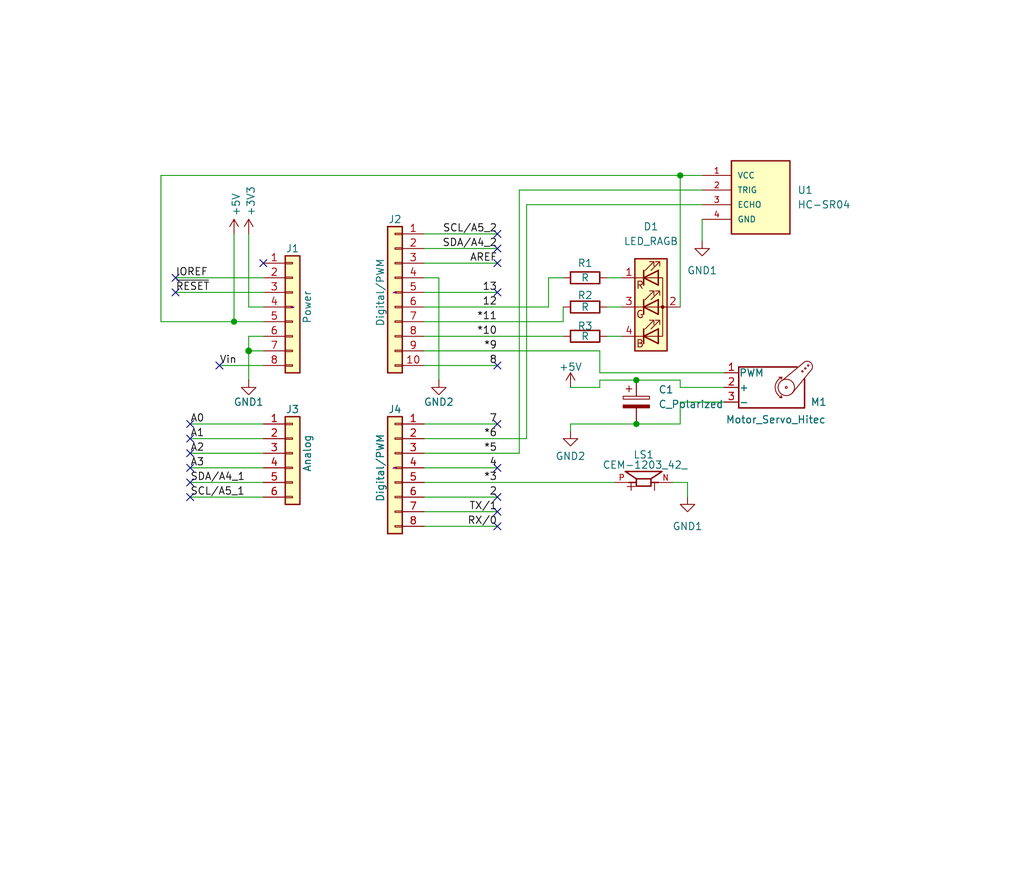
<source format=kicad_sch>
(kicad_sch
	(version 20250114)
	(generator "eeschema")
	(generator_version "9.0")
	(uuid "e63e39d7-6ac0-4ffd-8aa3-1841a4541b55")
	(paper "User" 177.8 152.4)
	(title_block
		(title "H.I.V.A. Hunch Bubble Detector")
		(date "March 2nd, 2025")
		(rev "2.1")
		(company "Warren Tech - Jeffco Public Schools")
	)
	(lib_symbols
		(symbol "CEM-1203_42_:CEM-1203_42_"
			(pin_names
				(offset 1.016)
			)
			(exclude_from_sim no)
			(in_bom yes)
			(on_board yes)
			(property "Reference" "LS"
				(at -3.8155 8.9028 0)
				(effects
					(font
						(size 1.27 1.27)
					)
					(justify left bottom)
				)
			)
			(property "Value" "CEM-1203_42_"
				(at -3.8158 -11.4475 0)
				(effects
					(font
						(size 1.27 1.27)
					)
					(justify left bottom)
				)
			)
			(property "Footprint" "CEM_1203_42_:CEM-1203_42_"
				(at 0 0 0)
				(effects
					(font
						(size 1.27 1.27)
					)
					(justify bottom)
				)
			)
			(property "Datasheet" ""
				(at 0 0 0)
				(effects
					(font
						(size 1.27 1.27)
					)
					(hide yes)
				)
			)
			(property "Description" "Audio Magnetic 3Vo-p 5Vo-p 35mA 3.5Vo-p 85dBA Wire Lead Through Hole Tray"
				(at 0 0 0)
				(effects
					(font
						(size 1.27 1.27)
					)
					(justify bottom)
					(hide yes)
				)
			)
			(property "MF" "CUI"
				(at 0 0 0)
				(effects
					(font
						(size 1.27 1.27)
					)
					(justify bottom)
					(hide yes)
				)
			)
			(property "PACKAGE" "CUI"
				(at 0 0 0)
				(effects
					(font
						(size 1.27 1.27)
					)
					(justify bottom)
					(hide yes)
				)
			)
			(property "PRICE" "0.49 USD"
				(at 0 0 0)
				(effects
					(font
						(size 1.27 1.27)
					)
					(justify bottom)
					(hide yes)
				)
			)
			(property "MP" "CEM-1203_42_"
				(at 0 0 0)
				(effects
					(font
						(size 1.27 1.27)
					)
					(justify bottom)
					(hide yes)
				)
			)
			(property "AVAILABILITY" "Good"
				(at 0 0 0)
				(effects
					(font
						(size 1.27 1.27)
					)
					(justify bottom)
					(hide yes)
				)
			)
			(symbol "CEM-1203_42__0_0"
				(polyline
					(pts
						(xy -0.635 1.27) (xy 0 1.27)
					)
					(stroke
						(width 0.254)
						(type default)
					)
					(fill
						(type none)
					)
				)
				(polyline
					(pts
						(xy -0.635 -1.27) (xy -0.635 1.27)
					)
					(stroke
						(width 0.254)
						(type default)
					)
					(fill
						(type none)
					)
				)
				(polyline
					(pts
						(xy 0 1.27) (xy 0 2.54)
					)
					(stroke
						(width 0.254)
						(type default)
					)
					(fill
						(type none)
					)
				)
				(polyline
					(pts
						(xy 0 1.27) (xy 0.635 1.27)
					)
					(stroke
						(width 0.254)
						(type default)
					)
					(fill
						(type none)
					)
				)
				(polyline
					(pts
						(xy 0 -1.27) (xy -0.635 -1.27)
					)
					(stroke
						(width 0.254)
						(type default)
					)
					(fill
						(type none)
					)
				)
				(polyline
					(pts
						(xy 0 -1.27) (xy 0 -2.54)
					)
					(stroke
						(width 0.254)
						(type default)
					)
					(fill
						(type none)
					)
				)
				(polyline
					(pts
						(xy 0.635 1.27) (xy 0.635 -1.27)
					)
					(stroke
						(width 0.254)
						(type default)
					)
					(fill
						(type none)
					)
				)
				(polyline
					(pts
						(xy 0.635 1.27) (xy 1.905 3.175)
					)
					(stroke
						(width 0.254)
						(type default)
					)
					(fill
						(type none)
					)
				)
				(polyline
					(pts
						(xy 0.635 -1.27) (xy 0 -1.27)
					)
					(stroke
						(width 0.254)
						(type default)
					)
					(fill
						(type none)
					)
				)
				(polyline
					(pts
						(xy 1.905 3.175) (xy 1.905 -3.175)
					)
					(stroke
						(width 0.254)
						(type default)
					)
					(fill
						(type none)
					)
				)
				(polyline
					(pts
						(xy 1.905 -3.175) (xy 0.635 -1.27)
					)
					(stroke
						(width 0.254)
						(type default)
					)
					(fill
						(type none)
					)
				)
				(text "+"
					(at -1.9093 1.2729 0)
					(effects
						(font
							(size 1.782 1.782)
						)
						(justify left bottom)
					)
				)
				(text "-"
					(at -1.9072 -2.7949 0)
					(effects
						(font
							(size 1.78 1.78)
						)
						(justify left bottom)
					)
				)
				(pin passive line
					(at 0 5.08 270)
					(length 2.54)
					(name "~"
						(effects
							(font
								(size 1.016 1.016)
							)
						)
					)
					(number "P"
						(effects
							(font
								(size 1.016 1.016)
							)
						)
					)
				)
				(pin passive line
					(at 0 -5.08 90)
					(length 2.54)
					(name "~"
						(effects
							(font
								(size 1.016 1.016)
							)
						)
					)
					(number "N"
						(effects
							(font
								(size 1.016 1.016)
							)
						)
					)
				)
			)
			(embedded_fonts no)
		)
		(symbol "Connector_Generic:Conn_01x06"
			(pin_names
				(offset 1.016)
				(hide yes)
			)
			(exclude_from_sim no)
			(in_bom yes)
			(on_board yes)
			(property "Reference" "J"
				(at 0 7.62 0)
				(effects
					(font
						(size 1.27 1.27)
					)
				)
			)
			(property "Value" "Conn_01x06"
				(at 0 -10.16 0)
				(effects
					(font
						(size 1.27 1.27)
					)
				)
			)
			(property "Footprint" ""
				(at 0 0 0)
				(effects
					(font
						(size 1.27 1.27)
					)
					(hide yes)
				)
			)
			(property "Datasheet" "~"
				(at 0 0 0)
				(effects
					(font
						(size 1.27 1.27)
					)
					(hide yes)
				)
			)
			(property "Description" "Generic connector, single row, 01x06, script generated (kicad-library-utils/schlib/autogen/connector/)"
				(at 0 0 0)
				(effects
					(font
						(size 1.27 1.27)
					)
					(hide yes)
				)
			)
			(property "ki_keywords" "connector"
				(at 0 0 0)
				(effects
					(font
						(size 1.27 1.27)
					)
					(hide yes)
				)
			)
			(property "ki_fp_filters" "Connector*:*_1x??_*"
				(at 0 0 0)
				(effects
					(font
						(size 1.27 1.27)
					)
					(hide yes)
				)
			)
			(symbol "Conn_01x06_1_1"
				(rectangle
					(start -1.27 6.35)
					(end 1.27 -8.89)
					(stroke
						(width 0.254)
						(type default)
					)
					(fill
						(type background)
					)
				)
				(rectangle
					(start -1.27 5.207)
					(end 0 4.953)
					(stroke
						(width 0.1524)
						(type default)
					)
					(fill
						(type none)
					)
				)
				(rectangle
					(start -1.27 2.667)
					(end 0 2.413)
					(stroke
						(width 0.1524)
						(type default)
					)
					(fill
						(type none)
					)
				)
				(rectangle
					(start -1.27 0.127)
					(end 0 -0.127)
					(stroke
						(width 0.1524)
						(type default)
					)
					(fill
						(type none)
					)
				)
				(rectangle
					(start -1.27 -2.413)
					(end 0 -2.667)
					(stroke
						(width 0.1524)
						(type default)
					)
					(fill
						(type none)
					)
				)
				(rectangle
					(start -1.27 -4.953)
					(end 0 -5.207)
					(stroke
						(width 0.1524)
						(type default)
					)
					(fill
						(type none)
					)
				)
				(rectangle
					(start -1.27 -7.493)
					(end 0 -7.747)
					(stroke
						(width 0.1524)
						(type default)
					)
					(fill
						(type none)
					)
				)
				(pin passive line
					(at -5.08 5.08 0)
					(length 3.81)
					(name "Pin_1"
						(effects
							(font
								(size 1.27 1.27)
							)
						)
					)
					(number "1"
						(effects
							(font
								(size 1.27 1.27)
							)
						)
					)
				)
				(pin passive line
					(at -5.08 2.54 0)
					(length 3.81)
					(name "Pin_2"
						(effects
							(font
								(size 1.27 1.27)
							)
						)
					)
					(number "2"
						(effects
							(font
								(size 1.27 1.27)
							)
						)
					)
				)
				(pin passive line
					(at -5.08 0 0)
					(length 3.81)
					(name "Pin_3"
						(effects
							(font
								(size 1.27 1.27)
							)
						)
					)
					(number "3"
						(effects
							(font
								(size 1.27 1.27)
							)
						)
					)
				)
				(pin passive line
					(at -5.08 -2.54 0)
					(length 3.81)
					(name "Pin_4"
						(effects
							(font
								(size 1.27 1.27)
							)
						)
					)
					(number "4"
						(effects
							(font
								(size 1.27 1.27)
							)
						)
					)
				)
				(pin passive line
					(at -5.08 -5.08 0)
					(length 3.81)
					(name "Pin_5"
						(effects
							(font
								(size 1.27 1.27)
							)
						)
					)
					(number "5"
						(effects
							(font
								(size 1.27 1.27)
							)
						)
					)
				)
				(pin passive line
					(at -5.08 -7.62 0)
					(length 3.81)
					(name "Pin_6"
						(effects
							(font
								(size 1.27 1.27)
							)
						)
					)
					(number "6"
						(effects
							(font
								(size 1.27 1.27)
							)
						)
					)
				)
			)
			(embedded_fonts no)
		)
		(symbol "Connector_Generic:Conn_01x08"
			(pin_names
				(offset 1.016)
				(hide yes)
			)
			(exclude_from_sim no)
			(in_bom yes)
			(on_board yes)
			(property "Reference" "J"
				(at 0 10.16 0)
				(effects
					(font
						(size 1.27 1.27)
					)
				)
			)
			(property "Value" "Conn_01x08"
				(at 0 -12.7 0)
				(effects
					(font
						(size 1.27 1.27)
					)
				)
			)
			(property "Footprint" ""
				(at 0 0 0)
				(effects
					(font
						(size 1.27 1.27)
					)
					(hide yes)
				)
			)
			(property "Datasheet" "~"
				(at 0 0 0)
				(effects
					(font
						(size 1.27 1.27)
					)
					(hide yes)
				)
			)
			(property "Description" "Generic connector, single row, 01x08, script generated (kicad-library-utils/schlib/autogen/connector/)"
				(at 0 0 0)
				(effects
					(font
						(size 1.27 1.27)
					)
					(hide yes)
				)
			)
			(property "ki_keywords" "connector"
				(at 0 0 0)
				(effects
					(font
						(size 1.27 1.27)
					)
					(hide yes)
				)
			)
			(property "ki_fp_filters" "Connector*:*_1x??_*"
				(at 0 0 0)
				(effects
					(font
						(size 1.27 1.27)
					)
					(hide yes)
				)
			)
			(symbol "Conn_01x08_1_1"
				(rectangle
					(start -1.27 8.89)
					(end 1.27 -11.43)
					(stroke
						(width 0.254)
						(type default)
					)
					(fill
						(type background)
					)
				)
				(rectangle
					(start -1.27 7.747)
					(end 0 7.493)
					(stroke
						(width 0.1524)
						(type default)
					)
					(fill
						(type none)
					)
				)
				(rectangle
					(start -1.27 5.207)
					(end 0 4.953)
					(stroke
						(width 0.1524)
						(type default)
					)
					(fill
						(type none)
					)
				)
				(rectangle
					(start -1.27 2.667)
					(end 0 2.413)
					(stroke
						(width 0.1524)
						(type default)
					)
					(fill
						(type none)
					)
				)
				(rectangle
					(start -1.27 0.127)
					(end 0 -0.127)
					(stroke
						(width 0.1524)
						(type default)
					)
					(fill
						(type none)
					)
				)
				(rectangle
					(start -1.27 -2.413)
					(end 0 -2.667)
					(stroke
						(width 0.1524)
						(type default)
					)
					(fill
						(type none)
					)
				)
				(rectangle
					(start -1.27 -4.953)
					(end 0 -5.207)
					(stroke
						(width 0.1524)
						(type default)
					)
					(fill
						(type none)
					)
				)
				(rectangle
					(start -1.27 -7.493)
					(end 0 -7.747)
					(stroke
						(width 0.1524)
						(type default)
					)
					(fill
						(type none)
					)
				)
				(rectangle
					(start -1.27 -10.033)
					(end 0 -10.287)
					(stroke
						(width 0.1524)
						(type default)
					)
					(fill
						(type none)
					)
				)
				(pin passive line
					(at -5.08 7.62 0)
					(length 3.81)
					(name "Pin_1"
						(effects
							(font
								(size 1.27 1.27)
							)
						)
					)
					(number "1"
						(effects
							(font
								(size 1.27 1.27)
							)
						)
					)
				)
				(pin passive line
					(at -5.08 5.08 0)
					(length 3.81)
					(name "Pin_2"
						(effects
							(font
								(size 1.27 1.27)
							)
						)
					)
					(number "2"
						(effects
							(font
								(size 1.27 1.27)
							)
						)
					)
				)
				(pin passive line
					(at -5.08 2.54 0)
					(length 3.81)
					(name "Pin_3"
						(effects
							(font
								(size 1.27 1.27)
							)
						)
					)
					(number "3"
						(effects
							(font
								(size 1.27 1.27)
							)
						)
					)
				)
				(pin passive line
					(at -5.08 0 0)
					(length 3.81)
					(name "Pin_4"
						(effects
							(font
								(size 1.27 1.27)
							)
						)
					)
					(number "4"
						(effects
							(font
								(size 1.27 1.27)
							)
						)
					)
				)
				(pin passive line
					(at -5.08 -2.54 0)
					(length 3.81)
					(name "Pin_5"
						(effects
							(font
								(size 1.27 1.27)
							)
						)
					)
					(number "5"
						(effects
							(font
								(size 1.27 1.27)
							)
						)
					)
				)
				(pin passive line
					(at -5.08 -5.08 0)
					(length 3.81)
					(name "Pin_6"
						(effects
							(font
								(size 1.27 1.27)
							)
						)
					)
					(number "6"
						(effects
							(font
								(size 1.27 1.27)
							)
						)
					)
				)
				(pin passive line
					(at -5.08 -7.62 0)
					(length 3.81)
					(name "Pin_7"
						(effects
							(font
								(size 1.27 1.27)
							)
						)
					)
					(number "7"
						(effects
							(font
								(size 1.27 1.27)
							)
						)
					)
				)
				(pin passive line
					(at -5.08 -10.16 0)
					(length 3.81)
					(name "Pin_8"
						(effects
							(font
								(size 1.27 1.27)
							)
						)
					)
					(number "8"
						(effects
							(font
								(size 1.27 1.27)
							)
						)
					)
				)
			)
			(embedded_fonts no)
		)
		(symbol "Connector_Generic:Conn_01x10"
			(pin_names
				(offset 1.016)
				(hide yes)
			)
			(exclude_from_sim no)
			(in_bom yes)
			(on_board yes)
			(property "Reference" "J"
				(at 0 12.7 0)
				(effects
					(font
						(size 1.27 1.27)
					)
				)
			)
			(property "Value" "Conn_01x10"
				(at 0 -15.24 0)
				(effects
					(font
						(size 1.27 1.27)
					)
				)
			)
			(property "Footprint" ""
				(at 0 0 0)
				(effects
					(font
						(size 1.27 1.27)
					)
					(hide yes)
				)
			)
			(property "Datasheet" "~"
				(at 0 0 0)
				(effects
					(font
						(size 1.27 1.27)
					)
					(hide yes)
				)
			)
			(property "Description" "Generic connector, single row, 01x10, script generated (kicad-library-utils/schlib/autogen/connector/)"
				(at 0 0 0)
				(effects
					(font
						(size 1.27 1.27)
					)
					(hide yes)
				)
			)
			(property "ki_keywords" "connector"
				(at 0 0 0)
				(effects
					(font
						(size 1.27 1.27)
					)
					(hide yes)
				)
			)
			(property "ki_fp_filters" "Connector*:*_1x??_*"
				(at 0 0 0)
				(effects
					(font
						(size 1.27 1.27)
					)
					(hide yes)
				)
			)
			(symbol "Conn_01x10_1_1"
				(rectangle
					(start -1.27 11.43)
					(end 1.27 -13.97)
					(stroke
						(width 0.254)
						(type default)
					)
					(fill
						(type background)
					)
				)
				(rectangle
					(start -1.27 10.287)
					(end 0 10.033)
					(stroke
						(width 0.1524)
						(type default)
					)
					(fill
						(type none)
					)
				)
				(rectangle
					(start -1.27 7.747)
					(end 0 7.493)
					(stroke
						(width 0.1524)
						(type default)
					)
					(fill
						(type none)
					)
				)
				(rectangle
					(start -1.27 5.207)
					(end 0 4.953)
					(stroke
						(width 0.1524)
						(type default)
					)
					(fill
						(type none)
					)
				)
				(rectangle
					(start -1.27 2.667)
					(end 0 2.413)
					(stroke
						(width 0.1524)
						(type default)
					)
					(fill
						(type none)
					)
				)
				(rectangle
					(start -1.27 0.127)
					(end 0 -0.127)
					(stroke
						(width 0.1524)
						(type default)
					)
					(fill
						(type none)
					)
				)
				(rectangle
					(start -1.27 -2.413)
					(end 0 -2.667)
					(stroke
						(width 0.1524)
						(type default)
					)
					(fill
						(type none)
					)
				)
				(rectangle
					(start -1.27 -4.953)
					(end 0 -5.207)
					(stroke
						(width 0.1524)
						(type default)
					)
					(fill
						(type none)
					)
				)
				(rectangle
					(start -1.27 -7.493)
					(end 0 -7.747)
					(stroke
						(width 0.1524)
						(type default)
					)
					(fill
						(type none)
					)
				)
				(rectangle
					(start -1.27 -10.033)
					(end 0 -10.287)
					(stroke
						(width 0.1524)
						(type default)
					)
					(fill
						(type none)
					)
				)
				(rectangle
					(start -1.27 -12.573)
					(end 0 -12.827)
					(stroke
						(width 0.1524)
						(type default)
					)
					(fill
						(type none)
					)
				)
				(pin passive line
					(at -5.08 10.16 0)
					(length 3.81)
					(name "Pin_1"
						(effects
							(font
								(size 1.27 1.27)
							)
						)
					)
					(number "1"
						(effects
							(font
								(size 1.27 1.27)
							)
						)
					)
				)
				(pin passive line
					(at -5.08 7.62 0)
					(length 3.81)
					(name "Pin_2"
						(effects
							(font
								(size 1.27 1.27)
							)
						)
					)
					(number "2"
						(effects
							(font
								(size 1.27 1.27)
							)
						)
					)
				)
				(pin passive line
					(at -5.08 5.08 0)
					(length 3.81)
					(name "Pin_3"
						(effects
							(font
								(size 1.27 1.27)
							)
						)
					)
					(number "3"
						(effects
							(font
								(size 1.27 1.27)
							)
						)
					)
				)
				(pin passive line
					(at -5.08 2.54 0)
					(length 3.81)
					(name "Pin_4"
						(effects
							(font
								(size 1.27 1.27)
							)
						)
					)
					(number "4"
						(effects
							(font
								(size 1.27 1.27)
							)
						)
					)
				)
				(pin passive line
					(at -5.08 0 0)
					(length 3.81)
					(name "Pin_5"
						(effects
							(font
								(size 1.27 1.27)
							)
						)
					)
					(number "5"
						(effects
							(font
								(size 1.27 1.27)
							)
						)
					)
				)
				(pin passive line
					(at -5.08 -2.54 0)
					(length 3.81)
					(name "Pin_6"
						(effects
							(font
								(size 1.27 1.27)
							)
						)
					)
					(number "6"
						(effects
							(font
								(size 1.27 1.27)
							)
						)
					)
				)
				(pin passive line
					(at -5.08 -5.08 0)
					(length 3.81)
					(name "Pin_7"
						(effects
							(font
								(size 1.27 1.27)
							)
						)
					)
					(number "7"
						(effects
							(font
								(size 1.27 1.27)
							)
						)
					)
				)
				(pin passive line
					(at -5.08 -7.62 0)
					(length 3.81)
					(name "Pin_8"
						(effects
							(font
								(size 1.27 1.27)
							)
						)
					)
					(number "8"
						(effects
							(font
								(size 1.27 1.27)
							)
						)
					)
				)
				(pin passive line
					(at -5.08 -10.16 0)
					(length 3.81)
					(name "Pin_9"
						(effects
							(font
								(size 1.27 1.27)
							)
						)
					)
					(number "9"
						(effects
							(font
								(size 1.27 1.27)
							)
						)
					)
				)
				(pin passive line
					(at -5.08 -12.7 0)
					(length 3.81)
					(name "Pin_10"
						(effects
							(font
								(size 1.27 1.27)
							)
						)
					)
					(number "10"
						(effects
							(font
								(size 1.27 1.27)
							)
						)
					)
				)
			)
			(embedded_fonts no)
		)
		(symbol "Device:C_Polarized"
			(pin_numbers
				(hide yes)
			)
			(pin_names
				(offset 0.254)
			)
			(exclude_from_sim no)
			(in_bom yes)
			(on_board yes)
			(property "Reference" "C"
				(at 0.635 2.54 0)
				(effects
					(font
						(size 1.27 1.27)
					)
					(justify left)
				)
			)
			(property "Value" "C_Polarized"
				(at 0.635 -2.54 0)
				(effects
					(font
						(size 1.27 1.27)
					)
					(justify left)
				)
			)
			(property "Footprint" ""
				(at 0.9652 -3.81 0)
				(effects
					(font
						(size 1.27 1.27)
					)
					(hide yes)
				)
			)
			(property "Datasheet" "~"
				(at 0 0 0)
				(effects
					(font
						(size 1.27 1.27)
					)
					(hide yes)
				)
			)
			(property "Description" "Polarized capacitor"
				(at 0 0 0)
				(effects
					(font
						(size 1.27 1.27)
					)
					(hide yes)
				)
			)
			(property "ki_keywords" "cap capacitor"
				(at 0 0 0)
				(effects
					(font
						(size 1.27 1.27)
					)
					(hide yes)
				)
			)
			(property "ki_fp_filters" "CP_*"
				(at 0 0 0)
				(effects
					(font
						(size 1.27 1.27)
					)
					(hide yes)
				)
			)
			(symbol "C_Polarized_0_1"
				(rectangle
					(start -2.286 0.508)
					(end 2.286 1.016)
					(stroke
						(width 0)
						(type default)
					)
					(fill
						(type none)
					)
				)
				(polyline
					(pts
						(xy -1.778 2.286) (xy -0.762 2.286)
					)
					(stroke
						(width 0)
						(type default)
					)
					(fill
						(type none)
					)
				)
				(polyline
					(pts
						(xy -1.27 2.794) (xy -1.27 1.778)
					)
					(stroke
						(width 0)
						(type default)
					)
					(fill
						(type none)
					)
				)
				(rectangle
					(start 2.286 -0.508)
					(end -2.286 -1.016)
					(stroke
						(width 0)
						(type default)
					)
					(fill
						(type outline)
					)
				)
			)
			(symbol "C_Polarized_1_1"
				(pin passive line
					(at 0 3.81 270)
					(length 2.794)
					(name "~"
						(effects
							(font
								(size 1.27 1.27)
							)
						)
					)
					(number "1"
						(effects
							(font
								(size 1.27 1.27)
							)
						)
					)
				)
				(pin passive line
					(at 0 -3.81 90)
					(length 2.794)
					(name "~"
						(effects
							(font
								(size 1.27 1.27)
							)
						)
					)
					(number "2"
						(effects
							(font
								(size 1.27 1.27)
							)
						)
					)
				)
			)
			(embedded_fonts no)
		)
		(symbol "Device:LED_RAGB"
			(pin_names
				(offset 0)
				(hide yes)
			)
			(exclude_from_sim no)
			(in_bom yes)
			(on_board yes)
			(property "Reference" "D"
				(at 0 9.398 0)
				(effects
					(font
						(size 1.27 1.27)
					)
				)
			)
			(property "Value" "LED_RAGB"
				(at 0 -8.89 0)
				(effects
					(font
						(size 1.27 1.27)
					)
				)
			)
			(property "Footprint" ""
				(at 0 -1.27 0)
				(effects
					(font
						(size 1.27 1.27)
					)
					(hide yes)
				)
			)
			(property "Datasheet" "~"
				(at 0 -1.27 0)
				(effects
					(font
						(size 1.27 1.27)
					)
					(hide yes)
				)
			)
			(property "Description" "RGB LED, red/anode/green/blue"
				(at 0 0 0)
				(effects
					(font
						(size 1.27 1.27)
					)
					(hide yes)
				)
			)
			(property "ki_keywords" "LED RGB diode"
				(at 0 0 0)
				(effects
					(font
						(size 1.27 1.27)
					)
					(hide yes)
				)
			)
			(property "ki_fp_filters" "LED* LED_SMD:* LED_THT:*"
				(at 0 0 0)
				(effects
					(font
						(size 1.27 1.27)
					)
					(hide yes)
				)
			)
			(symbol "LED_RAGB_0_0"
				(text "R"
					(at -1.905 3.81 0)
					(effects
						(font
							(size 1.27 1.27)
						)
					)
				)
				(text "G"
					(at -1.905 -1.27 0)
					(effects
						(font
							(size 1.27 1.27)
						)
					)
				)
				(text "B"
					(at -1.905 -6.35 0)
					(effects
						(font
							(size 1.27 1.27)
						)
					)
				)
			)
			(symbol "LED_RAGB_0_1"
				(polyline
					(pts
						(xy -1.27 6.35) (xy -1.27 3.81)
					)
					(stroke
						(width 0.254)
						(type default)
					)
					(fill
						(type none)
					)
				)
				(polyline
					(pts
						(xy -1.27 6.35) (xy -1.27 3.81) (xy -1.27 3.81)
					)
					(stroke
						(width 0)
						(type default)
					)
					(fill
						(type none)
					)
				)
				(polyline
					(pts
						(xy -1.27 5.08) (xy -2.54 5.08)
					)
					(stroke
						(width 0)
						(type default)
					)
					(fill
						(type none)
					)
				)
				(polyline
					(pts
						(xy -1.27 5.08) (xy 1.27 5.08)
					)
					(stroke
						(width 0)
						(type default)
					)
					(fill
						(type none)
					)
				)
				(polyline
					(pts
						(xy -1.27 1.27) (xy -1.27 -1.27)
					)
					(stroke
						(width 0.254)
						(type default)
					)
					(fill
						(type none)
					)
				)
				(polyline
					(pts
						(xy -1.27 1.27) (xy -1.27 -1.27) (xy -1.27 -1.27)
					)
					(stroke
						(width 0)
						(type default)
					)
					(fill
						(type none)
					)
				)
				(polyline
					(pts
						(xy -1.27 0) (xy -2.54 0)
					)
					(stroke
						(width 0)
						(type default)
					)
					(fill
						(type none)
					)
				)
				(polyline
					(pts
						(xy -1.27 -3.81) (xy -1.27 -6.35)
					)
					(stroke
						(width 0.254)
						(type default)
					)
					(fill
						(type none)
					)
				)
				(polyline
					(pts
						(xy -1.27 -5.08) (xy -2.54 -5.08)
					)
					(stroke
						(width 0)
						(type default)
					)
					(fill
						(type none)
					)
				)
				(polyline
					(pts
						(xy -1.27 -5.08) (xy 1.27 -5.08)
					)
					(stroke
						(width 0)
						(type default)
					)
					(fill
						(type none)
					)
				)
				(polyline
					(pts
						(xy -1.016 6.35) (xy 0.508 7.874) (xy -0.254 7.874) (xy 0.508 7.874) (xy 0.508 7.112)
					)
					(stroke
						(width 0)
						(type default)
					)
					(fill
						(type none)
					)
				)
				(polyline
					(pts
						(xy -1.016 1.27) (xy 0.508 2.794) (xy -0.254 2.794) (xy 0.508 2.794) (xy 0.508 2.032)
					)
					(stroke
						(width 0)
						(type default)
					)
					(fill
						(type none)
					)
				)
				(polyline
					(pts
						(xy -1.016 -3.81) (xy 0.508 -2.286) (xy -0.254 -2.286) (xy 0.508 -2.286) (xy 0.508 -3.048)
					)
					(stroke
						(width 0)
						(type default)
					)
					(fill
						(type none)
					)
				)
				(polyline
					(pts
						(xy 0 6.35) (xy 1.524 7.874) (xy 0.762 7.874) (xy 1.524 7.874) (xy 1.524 7.112)
					)
					(stroke
						(width 0)
						(type default)
					)
					(fill
						(type none)
					)
				)
				(polyline
					(pts
						(xy 0 1.27) (xy 1.524 2.794) (xy 0.762 2.794) (xy 1.524 2.794) (xy 1.524 2.032)
					)
					(stroke
						(width 0)
						(type default)
					)
					(fill
						(type none)
					)
				)
				(polyline
					(pts
						(xy 0 -3.81) (xy 1.524 -2.286) (xy 0.762 -2.286) (xy 1.524 -2.286) (xy 1.524 -3.048)
					)
					(stroke
						(width 0)
						(type default)
					)
					(fill
						(type none)
					)
				)
				(polyline
					(pts
						(xy 1.27 6.35) (xy 1.27 3.81) (xy -1.27 5.08) (xy 1.27 6.35)
					)
					(stroke
						(width 0.254)
						(type default)
					)
					(fill
						(type none)
					)
				)
				(rectangle
					(start 1.27 6.35)
					(end 1.27 6.35)
					(stroke
						(width 0)
						(type default)
					)
					(fill
						(type none)
					)
				)
				(rectangle
					(start 1.27 3.81)
					(end 1.27 6.35)
					(stroke
						(width 0)
						(type default)
					)
					(fill
						(type none)
					)
				)
				(polyline
					(pts
						(xy 1.27 1.27) (xy 1.27 -1.27) (xy -1.27 0) (xy 1.27 1.27)
					)
					(stroke
						(width 0.254)
						(type default)
					)
					(fill
						(type none)
					)
				)
				(rectangle
					(start 1.27 1.27)
					(end 1.27 1.27)
					(stroke
						(width 0)
						(type default)
					)
					(fill
						(type none)
					)
				)
				(polyline
					(pts
						(xy 1.27 0) (xy -1.27 0)
					)
					(stroke
						(width 0)
						(type default)
					)
					(fill
						(type none)
					)
				)
				(polyline
					(pts
						(xy 1.27 0) (xy 2.54 0)
					)
					(stroke
						(width 0)
						(type default)
					)
					(fill
						(type none)
					)
				)
				(rectangle
					(start 1.27 -1.27)
					(end 1.27 1.27)
					(stroke
						(width 0)
						(type default)
					)
					(fill
						(type none)
					)
				)
				(polyline
					(pts
						(xy 1.27 -3.81) (xy 1.27 -6.35) (xy -1.27 -5.08) (xy 1.27 -3.81)
					)
					(stroke
						(width 0.254)
						(type default)
					)
					(fill
						(type none)
					)
				)
				(polyline
					(pts
						(xy 1.27 -5.08) (xy 2.032 -5.08) (xy 2.032 5.08) (xy 1.27 5.08)
					)
					(stroke
						(width 0)
						(type default)
					)
					(fill
						(type none)
					)
				)
				(circle
					(center 2.032 0)
					(radius 0.254)
					(stroke
						(width 0)
						(type default)
					)
					(fill
						(type outline)
					)
				)
				(rectangle
					(start 2.794 8.382)
					(end -2.794 -7.62)
					(stroke
						(width 0.254)
						(type default)
					)
					(fill
						(type background)
					)
				)
			)
			(symbol "LED_RAGB_1_1"
				(pin passive line
					(at -5.08 5.08 0)
					(length 2.54)
					(name "RK"
						(effects
							(font
								(size 1.27 1.27)
							)
						)
					)
					(number "1"
						(effects
							(font
								(size 1.27 1.27)
							)
						)
					)
				)
				(pin passive line
					(at -5.08 0 0)
					(length 2.54)
					(name "GK"
						(effects
							(font
								(size 1.27 1.27)
							)
						)
					)
					(number "3"
						(effects
							(font
								(size 1.27 1.27)
							)
						)
					)
				)
				(pin passive line
					(at -5.08 -5.08 0)
					(length 2.54)
					(name "BK"
						(effects
							(font
								(size 1.27 1.27)
							)
						)
					)
					(number "4"
						(effects
							(font
								(size 1.27 1.27)
							)
						)
					)
				)
				(pin passive line
					(at 5.08 0 180)
					(length 2.54)
					(name "A"
						(effects
							(font
								(size 1.27 1.27)
							)
						)
					)
					(number "2"
						(effects
							(font
								(size 1.27 1.27)
							)
						)
					)
				)
			)
			(embedded_fonts no)
		)
		(symbol "Device:R"
			(pin_numbers
				(hide yes)
			)
			(pin_names
				(offset 0)
			)
			(exclude_from_sim no)
			(in_bom yes)
			(on_board yes)
			(property "Reference" "R"
				(at 2.032 0 90)
				(effects
					(font
						(size 1.27 1.27)
					)
				)
			)
			(property "Value" "R"
				(at 0 0 90)
				(effects
					(font
						(size 1.27 1.27)
					)
				)
			)
			(property "Footprint" ""
				(at -1.778 0 90)
				(effects
					(font
						(size 1.27 1.27)
					)
					(hide yes)
				)
			)
			(property "Datasheet" "~"
				(at 0 0 0)
				(effects
					(font
						(size 1.27 1.27)
					)
					(hide yes)
				)
			)
			(property "Description" "Resistor"
				(at 0 0 0)
				(effects
					(font
						(size 1.27 1.27)
					)
					(hide yes)
				)
			)
			(property "ki_keywords" "R res resistor"
				(at 0 0 0)
				(effects
					(font
						(size 1.27 1.27)
					)
					(hide yes)
				)
			)
			(property "ki_fp_filters" "R_*"
				(at 0 0 0)
				(effects
					(font
						(size 1.27 1.27)
					)
					(hide yes)
				)
			)
			(symbol "R_0_1"
				(rectangle
					(start -1.016 -2.54)
					(end 1.016 2.54)
					(stroke
						(width 0.254)
						(type default)
					)
					(fill
						(type none)
					)
				)
			)
			(symbol "R_1_1"
				(pin passive line
					(at 0 3.81 270)
					(length 1.27)
					(name "~"
						(effects
							(font
								(size 1.27 1.27)
							)
						)
					)
					(number "1"
						(effects
							(font
								(size 1.27 1.27)
							)
						)
					)
				)
				(pin passive line
					(at 0 -3.81 90)
					(length 1.27)
					(name "~"
						(effects
							(font
								(size 1.27 1.27)
							)
						)
					)
					(number "2"
						(effects
							(font
								(size 1.27 1.27)
							)
						)
					)
				)
			)
			(embedded_fonts no)
		)
		(symbol "HC-SR04:HC-SR04"
			(pin_names
				(offset 1.016)
			)
			(exclude_from_sim no)
			(in_bom yes)
			(on_board yes)
			(property "Reference" "U"
				(at 0 5.0813 0)
				(effects
					(font
						(size 1.27 1.27)
					)
					(justify left bottom)
				)
			)
			(property "Value" "HC-SR04"
				(at 0 -10.163 0)
				(effects
					(font
						(size 1.27 1.27)
					)
					(justify left bottom)
				)
			)
			(property "Footprint" "HC-SR04:XCVR_HC-SR04"
				(at 0 0 0)
				(effects
					(font
						(size 1.27 1.27)
					)
					(justify bottom)
					(hide yes)
				)
			)
			(property "Datasheet" ""
				(at 0 0 0)
				(effects
					(font
						(size 1.27 1.27)
					)
					(hide yes)
				)
			)
			(property "Description" ""
				(at 0 0 0)
				(effects
					(font
						(size 1.27 1.27)
					)
					(hide yes)
				)
			)
			(property "MF" "SparkFun Electronics"
				(at 0 0 0)
				(effects
					(font
						(size 1.27 1.27)
					)
					(justify bottom)
					(hide yes)
				)
			)
			(property "Description_1" "HC-SR04 Ultrasonic Sensor Qwiic Platform Evaluation Expansion Board"
				(at 0 0 0)
				(effects
					(font
						(size 1.27 1.27)
					)
					(justify bottom)
					(hide yes)
				)
			)
			(property "Package" "None"
				(at 0 0 0)
				(effects
					(font
						(size 1.27 1.27)
					)
					(justify bottom)
					(hide yes)
				)
			)
			(property "Price" "None"
				(at 0 0 0)
				(effects
					(font
						(size 1.27 1.27)
					)
					(justify bottom)
					(hide yes)
				)
			)
			(property "Check_prices" "https://www.snapeda.com/parts/HC-SR04/SparkFun/view-part/?ref=eda"
				(at 0 0 0)
				(effects
					(font
						(size 1.27 1.27)
					)
					(justify bottom)
					(hide yes)
				)
			)
			(property "SnapEDA_Link" "https://www.snapeda.com/parts/HC-SR04/SparkFun/view-part/?ref=snap"
				(at 0 0 0)
				(effects
					(font
						(size 1.27 1.27)
					)
					(justify bottom)
					(hide yes)
				)
			)
			(property "MP" "HC-SR04"
				(at 0 0 0)
				(effects
					(font
						(size 1.27 1.27)
					)
					(justify bottom)
					(hide yes)
				)
			)
			(property "Availability" "Not in stock"
				(at 0 0 0)
				(effects
					(font
						(size 1.27 1.27)
					)
					(justify bottom)
					(hide yes)
				)
			)
			(property "MANUFACTURER" "Osepp"
				(at 0 0 0)
				(effects
					(font
						(size 1.27 1.27)
					)
					(justify bottom)
					(hide yes)
				)
			)
			(symbol "HC-SR04_0_0"
				(rectangle
					(start 0 -7.62)
					(end 10.16 5.08)
					(stroke
						(width 0.254)
						(type default)
					)
					(fill
						(type background)
					)
				)
				(pin power_in line
					(at -5.08 2.54 0)
					(length 5.08)
					(name "VCC"
						(effects
							(font
								(size 1.016 1.016)
							)
						)
					)
					(number "1"
						(effects
							(font
								(size 1.016 1.016)
							)
						)
					)
				)
				(pin bidirectional line
					(at -5.08 0 0)
					(length 5.08)
					(name "TRIG"
						(effects
							(font
								(size 1.016 1.016)
							)
						)
					)
					(number "2"
						(effects
							(font
								(size 1.016 1.016)
							)
						)
					)
				)
				(pin bidirectional line
					(at -5.08 -2.54 0)
					(length 5.08)
					(name "ECHO"
						(effects
							(font
								(size 1.016 1.016)
							)
						)
					)
					(number "3"
						(effects
							(font
								(size 1.016 1.016)
							)
						)
					)
				)
				(pin power_in line
					(at -5.08 -5.08 0)
					(length 5.08)
					(name "GND"
						(effects
							(font
								(size 1.016 1.016)
							)
						)
					)
					(number "4"
						(effects
							(font
								(size 1.016 1.016)
							)
						)
					)
				)
			)
			(embedded_fonts no)
		)
		(symbol "Motor:Motor_Servo_Hitec"
			(pin_names
				(offset 0.0254)
			)
			(exclude_from_sim no)
			(in_bom yes)
			(on_board yes)
			(property "Reference" "M"
				(at -5.08 4.445 0)
				(effects
					(font
						(size 1.27 1.27)
					)
					(justify left)
				)
			)
			(property "Value" "Motor_Servo_Hitec"
				(at -5.08 -4.064 0)
				(effects
					(font
						(size 1.27 1.27)
					)
					(justify left top)
				)
			)
			(property "Footprint" ""
				(at 0 -4.826 0)
				(effects
					(font
						(size 1.27 1.27)
					)
					(hide yes)
				)
			)
			(property "Datasheet" "http://forums.parallax.com/uploads/attachments/46831/74481.png"
				(at 0 -4.826 0)
				(effects
					(font
						(size 1.27 1.27)
					)
					(hide yes)
				)
			)
			(property "Description" "Servo Motor (HiTec connector)"
				(at 0 0 0)
				(effects
					(font
						(size 1.27 1.27)
					)
					(hide yes)
				)
			)
			(property "ki_keywords" "Servo Motor"
				(at 0 0 0)
				(effects
					(font
						(size 1.27 1.27)
					)
					(hide yes)
				)
			)
			(property "ki_fp_filters" "PinHeader*P2.54mm*"
				(at 0 0 0)
				(effects
					(font
						(size 1.27 1.27)
					)
					(hide yes)
				)
			)
			(symbol "Motor_Servo_Hitec_0_1"
				(polyline
					(pts
						(xy 2.413 1.778) (xy 1.905 1.778)
					)
					(stroke
						(width 0)
						(type default)
					)
					(fill
						(type none)
					)
				)
				(polyline
					(pts
						(xy 2.413 1.778) (xy 2.286 1.397)
					)
					(stroke
						(width 0)
						(type default)
					)
					(fill
						(type none)
					)
				)
				(polyline
					(pts
						(xy 2.413 -1.778) (xy 2.032 -1.778)
					)
					(stroke
						(width 0)
						(type default)
					)
					(fill
						(type none)
					)
				)
				(polyline
					(pts
						(xy 2.413 -1.778) (xy 2.286 -1.397)
					)
					(stroke
						(width 0)
						(type default)
					)
					(fill
						(type none)
					)
				)
				(arc
					(start 2.413 -1.778)
					(mid 1.2406 0)
					(end 2.413 1.778)
					(stroke
						(width 0)
						(type default)
					)
					(fill
						(type none)
					)
				)
				(circle
					(center 3.175 0)
					(radius 0.1778)
					(stroke
						(width 0)
						(type default)
					)
					(fill
						(type none)
					)
				)
				(circle
					(center 3.175 0)
					(radius 1.4224)
					(stroke
						(width 0)
						(type default)
					)
					(fill
						(type none)
					)
				)
				(polyline
					(pts
						(xy 5.08 3.556) (xy -5.08 3.556) (xy -5.08 -3.556) (xy 6.35 -3.556) (xy 6.35 1.524)
					)
					(stroke
						(width 0.254)
						(type default)
					)
					(fill
						(type none)
					)
				)
				(circle
					(center 5.969 2.794)
					(radius 0.127)
					(stroke
						(width 0)
						(type default)
					)
					(fill
						(type none)
					)
				)
				(polyline
					(pts
						(xy 6.35 4.445) (xy 2.54 1.27)
					)
					(stroke
						(width 0)
						(type default)
					)
					(fill
						(type none)
					)
				)
				(circle
					(center 6.477 3.302)
					(radius 0.127)
					(stroke
						(width 0)
						(type default)
					)
					(fill
						(type none)
					)
				)
				(arc
					(start 6.35 4.445)
					(mid 7.4487 4.2737)
					(end 7.62 3.175)
					(stroke
						(width 0)
						(type default)
					)
					(fill
						(type none)
					)
				)
				(circle
					(center 6.985 3.81)
					(radius 0.127)
					(stroke
						(width 0)
						(type default)
					)
					(fill
						(type none)
					)
				)
				(polyline
					(pts
						(xy 7.62 3.175) (xy 4.191 -1.016)
					)
					(stroke
						(width 0)
						(type default)
					)
					(fill
						(type none)
					)
				)
			)
			(symbol "Motor_Servo_Hitec_1_1"
				(pin passive line
					(at -7.62 2.54 0)
					(length 2.54)
					(name "PWM"
						(effects
							(font
								(size 1.27 1.27)
							)
						)
					)
					(number "1"
						(effects
							(font
								(size 1.27 1.27)
							)
						)
					)
				)
				(pin passive line
					(at -7.62 0 0)
					(length 2.54)
					(name "+"
						(effects
							(font
								(size 1.27 1.27)
							)
						)
					)
					(number "2"
						(effects
							(font
								(size 1.27 1.27)
							)
						)
					)
				)
				(pin passive line
					(at -7.62 -2.54 0)
					(length 2.54)
					(name "-"
						(effects
							(font
								(size 1.27 1.27)
							)
						)
					)
					(number "3"
						(effects
							(font
								(size 1.27 1.27)
							)
						)
					)
				)
			)
			(embedded_fonts no)
		)
		(symbol "power:+3V3"
			(power)
			(pin_numbers
				(hide yes)
			)
			(pin_names
				(offset 0)
				(hide yes)
			)
			(exclude_from_sim no)
			(in_bom yes)
			(on_board yes)
			(property "Reference" "#PWR"
				(at 0 -3.81 0)
				(effects
					(font
						(size 1.27 1.27)
					)
					(hide yes)
				)
			)
			(property "Value" "+3V3"
				(at 0 3.556 0)
				(effects
					(font
						(size 1.27 1.27)
					)
				)
			)
			(property "Footprint" ""
				(at 0 0 0)
				(effects
					(font
						(size 1.27 1.27)
					)
					(hide yes)
				)
			)
			(property "Datasheet" ""
				(at 0 0 0)
				(effects
					(font
						(size 1.27 1.27)
					)
					(hide yes)
				)
			)
			(property "Description" "Power symbol creates a global label with name \"+3V3\""
				(at 0 0 0)
				(effects
					(font
						(size 1.27 1.27)
					)
					(hide yes)
				)
			)
			(property "ki_keywords" "global power"
				(at 0 0 0)
				(effects
					(font
						(size 1.27 1.27)
					)
					(hide yes)
				)
			)
			(symbol "+3V3_0_1"
				(polyline
					(pts
						(xy -0.762 1.27) (xy 0 2.54)
					)
					(stroke
						(width 0)
						(type default)
					)
					(fill
						(type none)
					)
				)
				(polyline
					(pts
						(xy 0 2.54) (xy 0.762 1.27)
					)
					(stroke
						(width 0)
						(type default)
					)
					(fill
						(type none)
					)
				)
				(polyline
					(pts
						(xy 0 0) (xy 0 2.54)
					)
					(stroke
						(width 0)
						(type default)
					)
					(fill
						(type none)
					)
				)
			)
			(symbol "+3V3_1_1"
				(pin power_in line
					(at 0 0 90)
					(length 0)
					(name "~"
						(effects
							(font
								(size 1.27 1.27)
							)
						)
					)
					(number "1"
						(effects
							(font
								(size 1.27 1.27)
							)
						)
					)
				)
			)
			(embedded_fonts no)
		)
		(symbol "power:+5V"
			(power)
			(pin_numbers
				(hide yes)
			)
			(pin_names
				(offset 0)
				(hide yes)
			)
			(exclude_from_sim no)
			(in_bom yes)
			(on_board yes)
			(property "Reference" "#PWR"
				(at 0 -3.81 0)
				(effects
					(font
						(size 1.27 1.27)
					)
					(hide yes)
				)
			)
			(property "Value" "+5V"
				(at 0 3.556 0)
				(effects
					(font
						(size 1.27 1.27)
					)
				)
			)
			(property "Footprint" ""
				(at 0 0 0)
				(effects
					(font
						(size 1.27 1.27)
					)
					(hide yes)
				)
			)
			(property "Datasheet" ""
				(at 0 0 0)
				(effects
					(font
						(size 1.27 1.27)
					)
					(hide yes)
				)
			)
			(property "Description" "Power symbol creates a global label with name \"+5V\""
				(at 0 0 0)
				(effects
					(font
						(size 1.27 1.27)
					)
					(hide yes)
				)
			)
			(property "ki_keywords" "global power"
				(at 0 0 0)
				(effects
					(font
						(size 1.27 1.27)
					)
					(hide yes)
				)
			)
			(symbol "+5V_0_1"
				(polyline
					(pts
						(xy -0.762 1.27) (xy 0 2.54)
					)
					(stroke
						(width 0)
						(type default)
					)
					(fill
						(type none)
					)
				)
				(polyline
					(pts
						(xy 0 2.54) (xy 0.762 1.27)
					)
					(stroke
						(width 0)
						(type default)
					)
					(fill
						(type none)
					)
				)
				(polyline
					(pts
						(xy 0 0) (xy 0 2.54)
					)
					(stroke
						(width 0)
						(type default)
					)
					(fill
						(type none)
					)
				)
			)
			(symbol "+5V_1_1"
				(pin power_in line
					(at 0 0 90)
					(length 0)
					(name "~"
						(effects
							(font
								(size 1.27 1.27)
							)
						)
					)
					(number "1"
						(effects
							(font
								(size 1.27 1.27)
							)
						)
					)
				)
			)
			(embedded_fonts no)
		)
		(symbol "power:GND"
			(power)
			(pin_numbers
				(hide yes)
			)
			(pin_names
				(offset 0)
				(hide yes)
			)
			(exclude_from_sim no)
			(in_bom yes)
			(on_board yes)
			(property "Reference" "#PWR"
				(at 0 -6.35 0)
				(effects
					(font
						(size 1.27 1.27)
					)
					(hide yes)
				)
			)
			(property "Value" "GND"
				(at 0 -3.81 0)
				(effects
					(font
						(size 1.27 1.27)
					)
				)
			)
			(property "Footprint" ""
				(at 0 0 0)
				(effects
					(font
						(size 1.27 1.27)
					)
					(hide yes)
				)
			)
			(property "Datasheet" ""
				(at 0 0 0)
				(effects
					(font
						(size 1.27 1.27)
					)
					(hide yes)
				)
			)
			(property "Description" "Power symbol creates a global label with name \"GND\" , ground"
				(at 0 0 0)
				(effects
					(font
						(size 1.27 1.27)
					)
					(hide yes)
				)
			)
			(property "ki_keywords" "global power"
				(at 0 0 0)
				(effects
					(font
						(size 1.27 1.27)
					)
					(hide yes)
				)
			)
			(symbol "GND_0_1"
				(polyline
					(pts
						(xy 0 0) (xy 0 -1.27) (xy 1.27 -1.27) (xy 0 -2.54) (xy -1.27 -1.27) (xy 0 -1.27)
					)
					(stroke
						(width 0)
						(type default)
					)
					(fill
						(type none)
					)
				)
			)
			(symbol "GND_1_1"
				(pin power_in line
					(at 0 0 270)
					(length 0)
					(name "~"
						(effects
							(font
								(size 1.27 1.27)
							)
						)
					)
					(number "1"
						(effects
							(font
								(size 1.27 1.27)
							)
						)
					)
				)
			)
			(embedded_fonts no)
		)
		(symbol "power:GND1"
			(power)
			(pin_numbers
				(hide yes)
			)
			(pin_names
				(offset 0)
				(hide yes)
			)
			(exclude_from_sim no)
			(in_bom yes)
			(on_board yes)
			(property "Reference" "#PWR"
				(at 0 -6.35 0)
				(effects
					(font
						(size 1.27 1.27)
					)
					(hide yes)
				)
			)
			(property "Value" "GND1"
				(at 0 -3.81 0)
				(effects
					(font
						(size 1.27 1.27)
					)
				)
			)
			(property "Footprint" ""
				(at 0 0 0)
				(effects
					(font
						(size 1.27 1.27)
					)
					(hide yes)
				)
			)
			(property "Datasheet" ""
				(at 0 0 0)
				(effects
					(font
						(size 1.27 1.27)
					)
					(hide yes)
				)
			)
			(property "Description" "Power symbol creates a global label with name \"GND1\" , ground"
				(at 0 0 0)
				(effects
					(font
						(size 1.27 1.27)
					)
					(hide yes)
				)
			)
			(property "ki_keywords" "global power"
				(at 0 0 0)
				(effects
					(font
						(size 1.27 1.27)
					)
					(hide yes)
				)
			)
			(symbol "GND1_0_1"
				(polyline
					(pts
						(xy 0 0) (xy 0 -1.27) (xy 1.27 -1.27) (xy 0 -2.54) (xy -1.27 -1.27) (xy 0 -1.27)
					)
					(stroke
						(width 0)
						(type default)
					)
					(fill
						(type none)
					)
				)
			)
			(symbol "GND1_1_1"
				(pin power_in line
					(at 0 0 270)
					(length 0)
					(name "~"
						(effects
							(font
								(size 1.27 1.27)
							)
						)
					)
					(number "1"
						(effects
							(font
								(size 1.27 1.27)
							)
						)
					)
				)
			)
			(embedded_fonts no)
		)
		(symbol "power:GND2"
			(power)
			(pin_numbers
				(hide yes)
			)
			(pin_names
				(offset 0)
				(hide yes)
			)
			(exclude_from_sim no)
			(in_bom yes)
			(on_board yes)
			(property "Reference" "#PWR"
				(at 0 -6.35 0)
				(effects
					(font
						(size 1.27 1.27)
					)
					(hide yes)
				)
			)
			(property "Value" "GND2"
				(at 0 -3.81 0)
				(effects
					(font
						(size 1.27 1.27)
					)
				)
			)
			(property "Footprint" ""
				(at 0 0 0)
				(effects
					(font
						(size 1.27 1.27)
					)
					(hide yes)
				)
			)
			(property "Datasheet" ""
				(at 0 0 0)
				(effects
					(font
						(size 1.27 1.27)
					)
					(hide yes)
				)
			)
			(property "Description" "Power symbol creates a global label with name \"GND2\" , ground"
				(at 0 0 0)
				(effects
					(font
						(size 1.27 1.27)
					)
					(hide yes)
				)
			)
			(property "ki_keywords" "global power"
				(at 0 0 0)
				(effects
					(font
						(size 1.27 1.27)
					)
					(hide yes)
				)
			)
			(symbol "GND2_0_1"
				(polyline
					(pts
						(xy 0 0) (xy 0 -1.27) (xy 1.27 -1.27) (xy 0 -2.54) (xy -1.27 -1.27) (xy 0 -1.27)
					)
					(stroke
						(width 0)
						(type default)
					)
					(fill
						(type none)
					)
				)
			)
			(symbol "GND2_1_1"
				(pin power_in line
					(at 0 0 270)
					(length 0)
					(name "~"
						(effects
							(font
								(size 1.27 1.27)
							)
						)
					)
					(number "1"
						(effects
							(font
								(size 1.27 1.27)
							)
						)
					)
				)
			)
			(embedded_fonts no)
		)
	)
	(text "* Indicates a PWM-capable pin"
		(exclude_from_sim no)
		(at 177.8 180.34 0)
		(effects
			(font
				(size 1.27 1.27)
			)
			(justify left bottom)
		)
		(uuid "c364973a-9a67-4667-8185-a3a5c6c6cbdf")
	)
	(junction
		(at 110.49 66.04)
		(diameter 0)
		(color 0 0 0 0)
		(uuid "280932e9-7b96-470b-b635-fb16826bbfe9")
	)
	(junction
		(at 43.18 60.96)
		(diameter 1.016)
		(color 0 0 0 0)
		(uuid "3dcc657b-55a1-48e0-9667-e01e7b6b08b5")
	)
	(junction
		(at 110.49 73.66)
		(diameter 0)
		(color 0 0 0 0)
		(uuid "72c9bada-615a-408e-b5c8-d01dcce829c6")
	)
	(junction
		(at 40.64 55.88)
		(diameter 0)
		(color 0 0 0 0)
		(uuid "e2fc8deb-3018-44cf-ac99-bc6efa812497")
	)
	(junction
		(at 118.11 30.48)
		(diameter 0)
		(color 0 0 0 0)
		(uuid "f2dce278-3d33-47ec-ac2f-8eca3693d9c2")
	)
	(no_connect
		(at 86.36 73.66)
		(uuid "03ec2a75-b727-4fe5-b7e3-fd121c938261")
	)
	(no_connect
		(at 33.02 76.2)
		(uuid "1ec16266-457c-4a66-a3b3-6d405bd9e68c")
	)
	(no_connect
		(at 86.36 50.8)
		(uuid "26b307bd-7d88-4905-80ec-c877e64ffb2a")
	)
	(no_connect
		(at 86.36 63.5)
		(uuid "6ab33ebe-3858-41f2-8032-42dad6afcc55")
	)
	(no_connect
		(at 86.36 43.18)
		(uuid "7aa89598-26bb-4792-9b04-2ad71c9b3cc4")
	)
	(no_connect
		(at 86.36 40.64)
		(uuid "85c144da-744c-43dc-9de6-bfd5e781d3d1")
	)
	(no_connect
		(at 33.02 83.82)
		(uuid "8de1f5cb-1796-4b10-ba9e-98fed853dd69")
	)
	(no_connect
		(at 33.02 86.36)
		(uuid "9b504fd5-0a3b-4679-99ca-883c9e92ccb5")
	)
	(no_connect
		(at 86.36 45.72)
		(uuid "aadfed78-4d9a-4dfc-81a3-9e7ae0d385f6")
	)
	(no_connect
		(at 30.48 48.26)
		(uuid "abbba0b6-eafa-4887-bed4-ff825a0cd42f")
	)
	(no_connect
		(at 86.36 88.9)
		(uuid "c4f5a639-e4eb-455d-ab0d-92bdd1e74880")
	)
	(no_connect
		(at 38.1 63.5)
		(uuid "c7334778-ce2c-4031-9079-c2edf1041952")
	)
	(no_connect
		(at 33.02 73.66)
		(uuid "cce7ab77-2be3-444c-8622-7ac8e082d744")
	)
	(no_connect
		(at 45.72 45.72)
		(uuid "d181157c-7812-47e5-a0cf-9580c905fc86")
	)
	(no_connect
		(at 86.36 91.44)
		(uuid "d6effb23-7691-4ad0-b18c-102d751ee139")
	)
	(no_connect
		(at 33.02 81.28)
		(uuid "d9e4d451-bc3a-40a9-b509-8ebf46424f1c")
	)
	(no_connect
		(at 86.36 86.36)
		(uuid "edd50e43-1456-4981-8378-164344a7ae47")
	)
	(no_connect
		(at 30.48 50.8)
		(uuid "f0d8c0da-995b-4d83-9815-4f32a7ff9a2d")
	)
	(no_connect
		(at 86.36 81.28)
		(uuid "f9284daa-43d2-4181-b03c-22dd34625268")
	)
	(no_connect
		(at 33.02 78.74)
		(uuid "fa2e4bd5-ea6a-4534-8cb0-e825c1dff20e")
	)
	(wire
		(pts
			(xy 73.66 91.44) (xy 86.36 91.44)
		)
		(stroke
			(width 0)
			(type solid)
		)
		(uuid "010ba307-2067-49d3-b0fa-6414143f3fc2")
	)
	(wire
		(pts
			(xy 104.14 66.04) (xy 110.49 66.04)
		)
		(stroke
			(width 0)
			(type default)
		)
		(uuid "04daf4f6-acc4-47b6-8f05-c32030802e79")
	)
	(wire
		(pts
			(xy 73.66 55.88) (xy 97.79 55.88)
		)
		(stroke
			(width 0)
			(type default)
		)
		(uuid "05468553-08b2-421a-b6d4-4a1011c75f62")
	)
	(wire
		(pts
			(xy 73.66 58.42) (xy 97.79 58.42)
		)
		(stroke
			(width 0)
			(type solid)
		)
		(uuid "09480ba4-37da-45e3-b9fe-6beebf876349")
	)
	(wire
		(pts
			(xy 27.94 30.48) (xy 118.11 30.48)
		)
		(stroke
			(width 0)
			(type default)
		)
		(uuid "0a99e36c-39d9-47e2-bb66-2033658d42ee")
	)
	(wire
		(pts
			(xy 105.41 58.42) (xy 107.95 58.42)
		)
		(stroke
			(width 0)
			(type default)
		)
		(uuid "0c1942b8-4550-4943-997a-f2eb5b6d3963")
	)
	(wire
		(pts
			(xy 73.66 40.64) (xy 86.36 40.64)
		)
		(stroke
			(width 0)
			(type solid)
		)
		(uuid "0f5d2189-4ead-42fa-8f7a-cfa3af4de132")
	)
	(wire
		(pts
			(xy 104.14 60.96) (xy 73.66 60.96)
		)
		(stroke
			(width 0)
			(type default)
		)
		(uuid "1140cac6-baf8-4712-bfcb-b094ee4d259a")
	)
	(wire
		(pts
			(xy 43.18 58.42) (xy 43.18 60.96)
		)
		(stroke
			(width 0)
			(type solid)
		)
		(uuid "1c31b835-925f-4a5c-92df-8f2558bb711b")
	)
	(wire
		(pts
			(xy 33.02 86.36) (xy 45.72 86.36)
		)
		(stroke
			(width 0)
			(type solid)
		)
		(uuid "20854542-d0b0-4be7-af02-0e5fceb34e01")
	)
	(wire
		(pts
			(xy 73.66 50.8) (xy 86.36 50.8)
		)
		(stroke
			(width 0)
			(type default)
		)
		(uuid "2a73ec09-5b57-4e17-8273-1d896aa2971e")
	)
	(wire
		(pts
			(xy 125.73 69.85) (xy 118.11 69.85)
		)
		(stroke
			(width 0)
			(type default)
		)
		(uuid "2c13535c-4052-45fb-b517-d419e67d4b9e")
	)
	(wire
		(pts
			(xy 119.38 86.36) (xy 119.38 83.82)
		)
		(stroke
			(width 0)
			(type default)
		)
		(uuid "2d6e5fca-77c1-4d2b-aa13-c929eac0ae24")
	)
	(wire
		(pts
			(xy 43.18 60.96) (xy 43.18 66.04)
		)
		(stroke
			(width 0)
			(type solid)
		)
		(uuid "2df788b2-ce68-49bc-a497-4b6570a17f30")
	)
	(wire
		(pts
			(xy 118.11 67.31) (xy 118.11 66.04)
		)
		(stroke
			(width 0)
			(type default)
		)
		(uuid "2e4bcb15-ce4e-4fd0-a815-e45d238212b8")
	)
	(wire
		(pts
			(xy 118.11 69.85) (xy 118.11 73.66)
		)
		(stroke
			(width 0)
			(type default)
		)
		(uuid "32d6ac80-f903-480c-8f36-03a8c789e0fe")
	)
	(wire
		(pts
			(xy 43.18 53.34) (xy 45.72 53.34)
		)
		(stroke
			(width 0)
			(type solid)
		)
		(uuid "3334b11d-5a13-40b4-a117-d693c543e4ab")
	)
	(wire
		(pts
			(xy 118.11 66.04) (xy 110.49 66.04)
		)
		(stroke
			(width 0)
			(type default)
		)
		(uuid "33ebe900-2509-4dc8-bee3-ef63a9031e33")
	)
	(wire
		(pts
			(xy 40.64 55.88) (xy 45.72 55.88)
		)
		(stroke
			(width 0)
			(type solid)
		)
		(uuid "3661f80c-fef8-4441-83be-df8930b3b45e")
	)
	(wire
		(pts
			(xy 121.92 38.1) (xy 121.92 41.91)
		)
		(stroke
			(width 0)
			(type default)
		)
		(uuid "373d98c9-e452-4c36-b4bc-1a0ee2cbd4d9")
	)
	(wire
		(pts
			(xy 40.64 40.64) (xy 40.64 55.88)
		)
		(stroke
			(width 0)
			(type solid)
		)
		(uuid "392bf1f6-bf67-427d-8d4c-0a87cb757556")
	)
	(wire
		(pts
			(xy 73.66 78.74) (xy 90.17 78.74)
		)
		(stroke
			(width 0)
			(type default)
		)
		(uuid "42644c88-16ca-489c-9596-4fcc879ae32d")
	)
	(wire
		(pts
			(xy 91.44 35.56) (xy 91.44 76.2)
		)
		(stroke
			(width 0)
			(type default)
		)
		(uuid "4300c423-329a-4fd9-be7a-0f6b10dfb783")
	)
	(wire
		(pts
			(xy 43.18 40.64) (xy 43.18 53.34)
		)
		(stroke
			(width 0)
			(type solid)
		)
		(uuid "442fb4de-4d55-45de-bc27-3e6222ceb890")
	)
	(wire
		(pts
			(xy 73.66 73.66) (xy 86.36 73.66)
		)
		(stroke
			(width 0)
			(type solid)
		)
		(uuid "4455ee2e-5642-42c1-a83b-f7e65fa0c2f1")
	)
	(wire
		(pts
			(xy 73.66 83.82) (xy 106.68 83.82)
		)
		(stroke
			(width 0)
			(type default)
		)
		(uuid "45d3fd11-84fa-48a2-8b3a-206c223fd9ae")
	)
	(wire
		(pts
			(xy 73.66 81.28) (xy 86.36 81.28)
		)
		(stroke
			(width 0)
			(type default)
		)
		(uuid "45fe8a37-ea95-490e-995f-f7bc2f8084ff")
	)
	(wire
		(pts
			(xy 45.72 73.66) (xy 33.02 73.66)
		)
		(stroke
			(width 0)
			(type solid)
		)
		(uuid "486ca832-85f4-4989-b0f4-569faf9be534")
	)
	(wire
		(pts
			(xy 121.92 35.56) (xy 91.44 35.56)
		)
		(stroke
			(width 0)
			(type default)
		)
		(uuid "4df1624a-9052-48d3-9981-843c41b2289f")
	)
	(wire
		(pts
			(xy 73.66 76.2) (xy 91.44 76.2)
		)
		(stroke
			(width 0)
			(type solid)
		)
		(uuid "4e60e1af-19bd-45a0-b418-b7030b594dde")
	)
	(wire
		(pts
			(xy 27.94 30.48) (xy 27.94 55.88)
		)
		(stroke
			(width 0)
			(type default)
		)
		(uuid "4f1d49eb-ba85-4e86-81cb-6e16e7d8c990")
	)
	(wire
		(pts
			(xy 104.14 67.31) (xy 104.14 66.04)
		)
		(stroke
			(width 0)
			(type default)
		)
		(uuid "4f3ec621-edeb-4c82-8dc7-d3e5ffb02ab6")
	)
	(wire
		(pts
			(xy 97.79 48.26) (xy 95.25 48.26)
		)
		(stroke
			(width 0)
			(type default)
		)
		(uuid "599c2392-f330-4544-aa86-9d9ebfa3e5c4")
	)
	(wire
		(pts
			(xy 97.79 53.34) (xy 97.79 55.88)
		)
		(stroke
			(width 0)
			(type default)
		)
		(uuid "6fd0a01d-2940-41f3-aa97-efad8ce842dd")
	)
	(wire
		(pts
			(xy 30.48 48.26) (xy 45.72 48.26)
		)
		(stroke
			(width 0)
			(type solid)
		)
		(uuid "73d4774c-1387-4550-b580-a1cc0ac89b89")
	)
	(wire
		(pts
			(xy 118.11 30.48) (xy 121.92 30.48)
		)
		(stroke
			(width 0)
			(type default)
		)
		(uuid "76093bed-c0e5-437f-9e3f-ac5af4ce8170")
	)
	(wire
		(pts
			(xy 76.2 48.26) (xy 76.2 66.04)
		)
		(stroke
			(width 0)
			(type solid)
		)
		(uuid "84ce350c-b0c1-4e69-9ab2-f7ec7b8bb312")
	)
	(wire
		(pts
			(xy 73.66 45.72) (xy 86.36 45.72)
		)
		(stroke
			(width 0)
			(type solid)
		)
		(uuid "8a3d35a2-f0f6-4dec-a606-7c8e288ca828")
	)
	(wire
		(pts
			(xy 73.66 53.34) (xy 95.25 53.34)
		)
		(stroke
			(width 0)
			(type default)
		)
		(uuid "8f636aca-26be-4ba4-a940-041a4325b162")
	)
	(wire
		(pts
			(xy 45.72 78.74) (xy 33.02 78.74)
		)
		(stroke
			(width 0)
			(type solid)
		)
		(uuid "9377eb1a-3b12-438c-8ebd-f86ace1e8d25")
	)
	(wire
		(pts
			(xy 30.48 50.8) (xy 45.72 50.8)
		)
		(stroke
			(width 0)
			(type solid)
		)
		(uuid "93e52853-9d1e-4afe-aee8-b825ab9f5d09")
	)
	(wire
		(pts
			(xy 45.72 60.96) (xy 43.18 60.96)
		)
		(stroke
			(width 0)
			(type solid)
		)
		(uuid "97df9ac9-dbb8-472e-b84f-3684d0eb5efc")
	)
	(wire
		(pts
			(xy 119.38 83.82) (xy 116.84 83.82)
		)
		(stroke
			(width 0)
			(type default)
		)
		(uuid "a6fc9b15-548c-457f-91ef-043710206add")
	)
	(wire
		(pts
			(xy 105.41 53.34) (xy 107.95 53.34)
		)
		(stroke
			(width 0)
			(type default)
		)
		(uuid "a721e110-e887-452c-bfa0-1538c5025b48")
	)
	(wire
		(pts
			(xy 45.72 63.5) (xy 38.1 63.5)
		)
		(stroke
			(width 0)
			(type solid)
		)
		(uuid "a7518f9d-05df-4211-ba17-5d615f04ec46")
	)
	(wire
		(pts
			(xy 33.02 76.2) (xy 45.72 76.2)
		)
		(stroke
			(width 0)
			(type solid)
		)
		(uuid "aab97e46-23d6-4cbf-8684-537b94306d68")
	)
	(wire
		(pts
			(xy 121.92 33.02) (xy 90.17 33.02)
		)
		(stroke
			(width 0)
			(type default)
		)
		(uuid "b6967a6d-6ba5-4c92-87c6-24bcaec614e2")
	)
	(wire
		(pts
			(xy 99.06 67.31) (xy 104.14 67.31)
		)
		(stroke
			(width 0)
			(type default)
		)
		(uuid "ba24f315-6d06-465d-a945-f5d1433abe82")
	)
	(wire
		(pts
			(xy 73.66 48.26) (xy 76.2 48.26)
		)
		(stroke
			(width 0)
			(type solid)
		)
		(uuid "bcbc7302-8a54-4b9b-98b9-f277f1b20941")
	)
	(wire
		(pts
			(xy 45.72 58.42) (xy 43.18 58.42)
		)
		(stroke
			(width 0)
			(type solid)
		)
		(uuid "c12796ad-cf20-466f-9ab3-9cf441392c32")
	)
	(wire
		(pts
			(xy 99.06 74.93) (xy 99.06 73.66)
		)
		(stroke
			(width 0)
			(type default)
		)
		(uuid "c14c476a-0204-4d13-9f1b-629fbfef71f2")
	)
	(wire
		(pts
			(xy 33.02 81.28) (xy 45.72 81.28)
		)
		(stroke
			(width 0)
			(type solid)
		)
		(uuid "d3042136-2605-44b2-aebb-5484a9c90933")
	)
	(wire
		(pts
			(xy 125.73 64.77) (xy 104.14 64.77)
		)
		(stroke
			(width 0)
			(type default)
		)
		(uuid "d3a864d1-650b-48de-8ba4-4654c4052b64")
	)
	(wire
		(pts
			(xy 99.06 73.66) (xy 110.49 73.66)
		)
		(stroke
			(width 0)
			(type default)
		)
		(uuid "d80029a5-4c1f-46b4-ba89-2e0444e2fd60")
	)
	(wire
		(pts
			(xy 118.11 30.48) (xy 118.11 53.34)
		)
		(stroke
			(width 0)
			(type default)
		)
		(uuid "e54a3305-2ebd-4441-b59f-020b3dae6572")
	)
	(wire
		(pts
			(xy 118.11 73.66) (xy 110.49 73.66)
		)
		(stroke
			(width 0)
			(type default)
		)
		(uuid "e57db526-f969-4d5f-af6c-fce15dc90618")
	)
	(wire
		(pts
			(xy 73.66 43.18) (xy 86.36 43.18)
		)
		(stroke
			(width 0)
			(type solid)
		)
		(uuid "e7278977-132b-4777-9eb4-7d93363a4379")
	)
	(wire
		(pts
			(xy 105.41 48.26) (xy 107.95 48.26)
		)
		(stroke
			(width 0)
			(type default)
		)
		(uuid "e72af12b-8ec3-4e44-b098-ea99961005e7")
	)
	(wire
		(pts
			(xy 73.66 86.36) (xy 86.36 86.36)
		)
		(stroke
			(width 0)
			(type solid)
		)
		(uuid "e9bdd59b-3252-4c44-a357-6fa1af0c210c")
	)
	(wire
		(pts
			(xy 27.94 55.88) (xy 40.64 55.88)
		)
		(stroke
			(width 0)
			(type default)
		)
		(uuid "eb42daa6-1514-475c-af61-c6c2de2bf757")
	)
	(wire
		(pts
			(xy 95.25 48.26) (xy 95.25 53.34)
		)
		(stroke
			(width 0)
			(type default)
		)
		(uuid "f1c45fbb-a025-4131-9507-17d1dcdcfc4b")
	)
	(wire
		(pts
			(xy 104.14 64.77) (xy 104.14 60.96)
		)
		(stroke
			(width 0)
			(type default)
		)
		(uuid "f785953e-7fec-4092-8adf-6480cb4fb3ee")
	)
	(wire
		(pts
			(xy 73.66 88.9) (xy 86.36 88.9)
		)
		(stroke
			(width 0)
			(type solid)
		)
		(uuid "f853d1d4-c722-44df-98bf-4a6114204628")
	)
	(wire
		(pts
			(xy 90.17 33.02) (xy 90.17 78.74)
		)
		(stroke
			(width 0)
			(type default)
		)
		(uuid "f9c5f145-bc62-4385-908d-07d2d8f81b4e")
	)
	(wire
		(pts
			(xy 125.73 67.31) (xy 118.11 67.31)
		)
		(stroke
			(width 0)
			(type default)
		)
		(uuid "fc2fe46f-6f4d-4a92-9529-ae7be6992144")
	)
	(wire
		(pts
			(xy 45.72 83.82) (xy 33.02 83.82)
		)
		(stroke
			(width 0)
			(type solid)
		)
		(uuid "fc39c32d-65b8-4d16-9db5-de89c54a1206")
	)
	(wire
		(pts
			(xy 73.66 63.5) (xy 86.36 63.5)
		)
		(stroke
			(width 0)
			(type solid)
		)
		(uuid "fe837306-92d0-4847-ad21-76c47ae932d1")
	)
	(label "RX{slash}0"
		(at 86.36 91.44 180)
		(effects
			(font
				(size 1.27 1.27)
			)
			(justify right bottom)
		)
		(uuid "01ea9310-cf66-436b-9b89-1a2f4237b59e")
	)
	(label "A2"
		(at 33.02 78.74 0)
		(effects
			(font
				(size 1.27 1.27)
			)
			(justify left bottom)
		)
		(uuid "09251fd4-af37-4d86-8951-1faaac710ffa")
	)
	(label "4"
		(at 86.36 81.28 180)
		(effects
			(font
				(size 1.27 1.27)
			)
			(justify right bottom)
		)
		(uuid "0d8cfe6d-11bf-42b9-9752-f9a5a76bce7e")
	)
	(label "2"
		(at 86.36 86.36 180)
		(effects
			(font
				(size 1.27 1.27)
			)
			(justify right bottom)
		)
		(uuid "23f0c933-49f0-4410-a8db-8b017f48dadc")
	)
	(label "A3"
		(at 33.02 81.28 0)
		(effects
			(font
				(size 1.27 1.27)
			)
			(justify left bottom)
		)
		(uuid "2c60ab74-0590-423b-8921-6f3212a358d2")
	)
	(label "13"
		(at 86.36 50.8 180)
		(effects
			(font
				(size 1.27 1.27)
			)
			(justify right bottom)
		)
		(uuid "35bc5b35-b7b2-44d5-bbed-557f428649b2")
	)
	(label "12"
		(at 86.36 53.34 180)
		(effects
			(font
				(size 1.27 1.27)
			)
			(justify right bottom)
		)
		(uuid "3ffaa3b1-1d78-4c7b-bdf9-f1a8019c92fd")
	)
	(label "~{RESET}"
		(at 30.48 50.8 0)
		(effects
			(font
				(size 1.27 1.27)
			)
			(justify left bottom)
		)
		(uuid "49585dba-cfa7-4813-841e-9d900d43ecf4")
	)
	(label "*10"
		(at 86.36 58.42 180)
		(effects
			(font
				(size 1.27 1.27)
			)
			(justify right bottom)
		)
		(uuid "54be04e4-fffa-4f7f-8a5f-d0de81314e8f")
	)
	(label "7"
		(at 86.36 73.66 180)
		(effects
			(font
				(size 1.27 1.27)
			)
			(justify right bottom)
		)
		(uuid "873d2c88-519e-482f-a3ed-2484e5f9417e")
	)
	(label "SDA{slash}A4_2"
		(at 86.36 43.18 180)
		(effects
			(font
				(size 1.27 1.27)
			)
			(justify right bottom)
		)
		(uuid "8885a9dc-224d-44c5-8601-05c1d9983e09")
	)
	(label "8"
		(at 86.36 63.5 180)
		(effects
			(font
				(size 1.27 1.27)
			)
			(justify right bottom)
		)
		(uuid "89b0e564-e7aa-4224-80c9-3f0614fede8f")
	)
	(label "*11"
		(at 86.36 55.88 180)
		(effects
			(font
				(size 1.27 1.27)
			)
			(justify right bottom)
		)
		(uuid "9ad5a781-2469-4c8f-8abf-a1c3586f7cb7")
	)
	(label "*3"
		(at 86.36 83.82 180)
		(effects
			(font
				(size 1.27 1.27)
			)
			(justify right bottom)
		)
		(uuid "9cccf5f9-68a4-4e61-b418-6185dd6a5f9a")
	)
	(label "A1"
		(at 33.02 76.2 0)
		(effects
			(font
				(size 1.27 1.27)
			)
			(justify left bottom)
		)
		(uuid "acc9991b-1bdd-4544-9a08-4037937485cb")
	)
	(label "TX{slash}1"
		(at 86.36 88.9 180)
		(effects
			(font
				(size 1.27 1.27)
			)
			(justify right bottom)
		)
		(uuid "ae2c9582-b445-44bd-b371-7fc74f6cf852")
	)
	(label "A0"
		(at 33.02 73.66 0)
		(effects
			(font
				(size 1.27 1.27)
			)
			(justify left bottom)
		)
		(uuid "ba02dc27-26a3-4648-b0aa-06b6dcaf001f")
	)
	(label "AREF"
		(at 86.36 45.72 180)
		(effects
			(font
				(size 1.27 1.27)
			)
			(justify right bottom)
		)
		(uuid "bbf52cf8-6d97-4499-a9ee-3657cebcdabf")
	)
	(label "Vin"
		(at 38.1 63.5 0)
		(effects
			(font
				(size 1.27 1.27)
			)
			(justify left bottom)
		)
		(uuid "c348793d-eec0-4f33-9b91-2cae8b4224a4")
	)
	(label "*6"
		(at 86.36 76.2 180)
		(effects
			(font
				(size 1.27 1.27)
			)
			(justify right bottom)
		)
		(uuid "c775d4e8-c37b-4e73-90c1-1c8d36333aac")
	)
	(label "SCL{slash}A5_2"
		(at 86.36 40.64 180)
		(effects
			(font
				(size 1.27 1.27)
			)
			(justify right bottom)
		)
		(uuid "cba886fc-172a-42fe-8e4c-daace6eaef8e")
	)
	(label "*9"
		(at 86.36 60.96 180)
		(effects
			(font
				(size 1.27 1.27)
			)
			(justify right bottom)
		)
		(uuid "ccb58899-a82d-403c-b30b-ee351d622e9c")
	)
	(label "*5"
		(at 86.36 78.74 180)
		(effects
			(font
				(size 1.27 1.27)
			)
			(justify right bottom)
		)
		(uuid "d9a65242-9c26-45cd-9a55-3e69f0d77784")
	)
	(label "IOREF"
		(at 30.48 48.26 0)
		(effects
			(font
				(size 1.27 1.27)
			)
			(justify left bottom)
		)
		(uuid "de819ae4-b245-474b-a426-865ba877b8a2")
	)
	(label "SDA{slash}A4_1"
		(at 33.02 83.82 0)
		(effects
			(font
				(size 1.27 1.27)
			)
			(justify left bottom)
		)
		(uuid "e7ce99b8-ca22-4c56-9e55-39d32c709f3c")
	)
	(label "SCL{slash}A5_1"
		(at 33.02 86.36 0)
		(effects
			(font
				(size 1.27 1.27)
			)
			(justify left bottom)
		)
		(uuid "ea5aa60b-a25e-41a1-9e06-c7b6f957567f")
	)
	(symbol
		(lib_id "Connector_Generic:Conn_01x08")
		(at 50.8 53.34 0)
		(unit 1)
		(exclude_from_sim no)
		(in_bom yes)
		(on_board yes)
		(dnp no)
		(uuid "00000000-0000-0000-0000-000056d71773")
		(property "Reference" "J1"
			(at 50.8 43.18 0)
			(effects
				(font
					(size 1.27 1.27)
				)
			)
		)
		(property "Value" "Power"
			(at 53.34 53.34 90)
			(effects
				(font
					(size 1.27 1.27)
				)
			)
		)
		(property "Footprint" "Connector_PinSocket_2.54mm:PinSocket_1x08_P2.54mm_Vertical"
			(at 50.8 53.34 0)
			(effects
				(font
					(size 1.27 1.27)
				)
				(hide yes)
			)
		)
		(property "Datasheet" "~"
			(at 50.8 53.34 0)
			(effects
				(font
					(size 1.27 1.27)
				)
			)
		)
		(property "Description" "Generic connector, single row, 01x08, script generated (kicad-library-utils/schlib/autogen/connector/)"
			(at 50.8 53.34 0)
			(effects
				(font
					(size 1.27 1.27)
				)
				(hide yes)
			)
		)
		(pin "1"
			(uuid "d4c02b7e-3be7-4193-a989-fb40130f3319")
		)
		(pin "2"
			(uuid "1d9f20f8-8d42-4e3d-aece-4c12cc80d0d3")
		)
		(pin "3"
			(uuid "4801b550-c773-45a3-9bc6-15a3e9341f08")
		)
		(pin "4"
			(uuid "fbe5a73e-5be6-45ba-85f2-2891508cd936")
		)
		(pin "5"
			(uuid "8f0d2977-6611-4bfc-9a74-1791861e9159")
		)
		(pin "6"
			(uuid "270f30a7-c159-467b-ab5f-aee66a24a8c7")
		)
		(pin "7"
			(uuid "760eb2a5-8bbd-4298-88f0-2b1528e020ff")
		)
		(pin "8"
			(uuid "6a44a55c-6ae0-4d79-b4a1-52d3e48a7065")
		)
		(instances
			(project "Arduino_Uno"
				(path "/e63e39d7-6ac0-4ffd-8aa3-1841a4541b55"
					(reference "J1")
					(unit 1)
				)
			)
		)
	)
	(symbol
		(lib_id "power:+3V3")
		(at 43.18 40.64 0)
		(unit 1)
		(exclude_from_sim no)
		(in_bom yes)
		(on_board yes)
		(dnp no)
		(uuid "00000000-0000-0000-0000-000056d71aa9")
		(property "Reference" "#PWR03"
			(at 43.18 44.45 0)
			(effects
				(font
					(size 1.27 1.27)
				)
				(hide yes)
			)
		)
		(property "Value" "+3V3"
			(at 43.561 37.592 90)
			(effects
				(font
					(size 1.27 1.27)
				)
				(justify left)
			)
		)
		(property "Footprint" ""
			(at 43.18 40.64 0)
			(effects
				(font
					(size 1.27 1.27)
				)
			)
		)
		(property "Datasheet" ""
			(at 43.18 40.64 0)
			(effects
				(font
					(size 1.27 1.27)
				)
			)
		)
		(property "Description" "Power symbol creates a global label with name \"+3V3\""
			(at 43.18 40.64 0)
			(effects
				(font
					(size 1.27 1.27)
				)
				(hide yes)
			)
		)
		(pin "1"
			(uuid "25f7f7e2-1fc6-41d8-a14b-2d2742e98c50")
		)
		(instances
			(project "Arduino_Uno"
				(path "/e63e39d7-6ac0-4ffd-8aa3-1841a4541b55"
					(reference "#PWR03")
					(unit 1)
				)
			)
		)
	)
	(symbol
		(lib_id "power:+5V")
		(at 40.64 40.64 0)
		(unit 1)
		(exclude_from_sim no)
		(in_bom yes)
		(on_board yes)
		(dnp no)
		(uuid "00000000-0000-0000-0000-000056d71d10")
		(property "Reference" "#PWR02"
			(at 40.64 44.45 0)
			(effects
				(font
					(size 1.27 1.27)
				)
				(hide yes)
			)
		)
		(property "Value" "+5V"
			(at 40.9956 37.592 90)
			(effects
				(font
					(size 1.27 1.27)
				)
				(justify left)
			)
		)
		(property "Footprint" ""
			(at 40.64 40.64 0)
			(effects
				(font
					(size 1.27 1.27)
				)
			)
		)
		(property "Datasheet" ""
			(at 40.64 40.64 0)
			(effects
				(font
					(size 1.27 1.27)
				)
			)
		)
		(property "Description" "Power symbol creates a global label with name \"+5V\""
			(at 40.64 40.64 0)
			(effects
				(font
					(size 1.27 1.27)
				)
				(hide yes)
			)
		)
		(pin "1"
			(uuid "fdd33dcf-399e-4ac6-99f5-9ccff615cf55")
		)
		(instances
			(project "Arduino_Uno"
				(path "/e63e39d7-6ac0-4ffd-8aa3-1841a4541b55"
					(reference "#PWR02")
					(unit 1)
				)
			)
		)
	)
	(symbol
		(lib_id "power:GND")
		(at 43.18 66.04 0)
		(unit 1)
		(exclude_from_sim no)
		(in_bom yes)
		(on_board yes)
		(dnp no)
		(uuid "00000000-0000-0000-0000-000056d721e6")
		(property "Reference" "#PWR04"
			(at 43.18 72.39 0)
			(effects
				(font
					(size 1.27 1.27)
				)
				(hide yes)
			)
		)
		(property "Value" "GND1"
			(at 43.18 69.85 0)
			(effects
				(font
					(size 1.27 1.27)
				)
			)
		)
		(property "Footprint" ""
			(at 43.18 66.04 0)
			(effects
				(font
					(size 1.27 1.27)
				)
			)
		)
		(property "Datasheet" ""
			(at 43.18 66.04 0)
			(effects
				(font
					(size 1.27 1.27)
				)
			)
		)
		(property "Description" "Power symbol creates a global label with name \"GND\" , ground"
			(at 43.18 66.04 0)
			(effects
				(font
					(size 1.27 1.27)
				)
				(hide yes)
			)
		)
		(pin "1"
			(uuid "87fd47b6-2ebb-4b03-a4f0-be8b5717bf68")
		)
		(instances
			(project "Arduino_Uno"
				(path "/e63e39d7-6ac0-4ffd-8aa3-1841a4541b55"
					(reference "#PWR04")
					(unit 1)
				)
			)
		)
	)
	(symbol
		(lib_id "Connector_Generic:Conn_01x10")
		(at 68.58 50.8 0)
		(mirror y)
		(unit 1)
		(exclude_from_sim no)
		(in_bom yes)
		(on_board yes)
		(dnp no)
		(uuid "00000000-0000-0000-0000-000056d72368")
		(property "Reference" "J2"
			(at 68.58 38.1 0)
			(effects
				(font
					(size 1.27 1.27)
				)
			)
		)
		(property "Value" "Digital/PWM"
			(at 66.04 50.8 90)
			(effects
				(font
					(size 1.27 1.27)
				)
			)
		)
		(property "Footprint" "Connector_PinSocket_2.54mm:PinSocket_1x10_P2.54mm_Vertical"
			(at 68.58 50.8 0)
			(effects
				(font
					(size 1.27 1.27)
				)
				(hide yes)
			)
		)
		(property "Datasheet" "~"
			(at 68.58 50.8 0)
			(effects
				(font
					(size 1.27 1.27)
				)
			)
		)
		(property "Description" "Generic connector, single row, 01x10, script generated (kicad-library-utils/schlib/autogen/connector/)"
			(at 68.58 50.8 0)
			(effects
				(font
					(size 1.27 1.27)
				)
				(hide yes)
			)
		)
		(pin "1"
			(uuid "479c0210-c5dd-4420-aa63-d8c5247cc255")
		)
		(pin "10"
			(uuid "69b11fa8-6d66-48cf-aa54-1a3009033625")
		)
		(pin "2"
			(uuid "013a3d11-607f-4568-bbac-ce1ce9ce9f7a")
		)
		(pin "3"
			(uuid "92bea09f-8c05-493b-981e-5298e629b225")
		)
		(pin "4"
			(uuid "66c1cab1-9206-4430-914c-14dcf23db70f")
		)
		(pin "5"
			(uuid "e264de4a-49ca-4afe-b718-4f94ad734148")
		)
		(pin "6"
			(uuid "03467115-7f58-481b-9fbc-afb2550dd13c")
		)
		(pin "7"
			(uuid "9aa9dec0-f260-4bba-a6cf-25f804e6b111")
		)
		(pin "8"
			(uuid "a3a57bae-7391-4e6d-b628-e6aff8f8ed86")
		)
		(pin "9"
			(uuid "00a2e9f5-f40a-49ba-91e4-cbef19d3b42b")
		)
		(instances
			(project "Arduino_Uno"
				(path "/e63e39d7-6ac0-4ffd-8aa3-1841a4541b55"
					(reference "J2")
					(unit 1)
				)
			)
		)
	)
	(symbol
		(lib_id "power:GND")
		(at 76.2 66.04 0)
		(unit 1)
		(exclude_from_sim no)
		(in_bom yes)
		(on_board yes)
		(dnp no)
		(uuid "00000000-0000-0000-0000-000056d72a3d")
		(property "Reference" "#PWR05"
			(at 76.2 72.39 0)
			(effects
				(font
					(size 1.27 1.27)
				)
				(hide yes)
			)
		)
		(property "Value" "GND2"
			(at 76.2 69.85 0)
			(effects
				(font
					(size 1.27 1.27)
				)
			)
		)
		(property "Footprint" ""
			(at 76.2 66.04 0)
			(effects
				(font
					(size 1.27 1.27)
				)
			)
		)
		(property "Datasheet" ""
			(at 76.2 66.04 0)
			(effects
				(font
					(size 1.27 1.27)
				)
			)
		)
		(property "Description" "Power symbol creates a global label with name \"GND\" , ground"
			(at 76.2 66.04 0)
			(effects
				(font
					(size 1.27 1.27)
				)
				(hide yes)
			)
		)
		(pin "1"
			(uuid "dcc7d892-ae5b-4d8f-ab19-e541f0cf0497")
		)
		(instances
			(project "Arduino_Uno"
				(path "/e63e39d7-6ac0-4ffd-8aa3-1841a4541b55"
					(reference "#PWR05")
					(unit 1)
				)
			)
		)
	)
	(symbol
		(lib_id "Connector_Generic:Conn_01x06")
		(at 50.8 78.74 0)
		(unit 1)
		(exclude_from_sim no)
		(in_bom yes)
		(on_board yes)
		(dnp no)
		(uuid "00000000-0000-0000-0000-000056d72f1c")
		(property "Reference" "J3"
			(at 50.8 71.12 0)
			(effects
				(font
					(size 1.27 1.27)
				)
			)
		)
		(property "Value" "Analog"
			(at 53.34 78.74 90)
			(effects
				(font
					(size 1.27 1.27)
				)
			)
		)
		(property "Footprint" "Connector_PinSocket_2.54mm:PinSocket_1x06_P2.54mm_Vertical"
			(at 50.8 78.74 0)
			(effects
				(font
					(size 1.27 1.27)
				)
				(hide yes)
			)
		)
		(property "Datasheet" "~"
			(at 50.8 78.74 0)
			(effects
				(font
					(size 1.27 1.27)
				)
				(hide yes)
			)
		)
		(property "Description" "Generic connector, single row, 01x06, script generated (kicad-library-utils/schlib/autogen/connector/)"
			(at 50.8 78.74 0)
			(effects
				(font
					(size 1.27 1.27)
				)
				(hide yes)
			)
		)
		(pin "1"
			(uuid "1e1d0a18-dba5-42d5-95e9-627b560e331d")
		)
		(pin "2"
			(uuid "11423bda-2cc6-48db-b907-033a5ced98b7")
		)
		(pin "3"
			(uuid "20a4b56c-be89-418e-a029-3b98e8beca2b")
		)
		(pin "4"
			(uuid "163db149-f951-4db7-8045-a808c21d7a66")
		)
		(pin "5"
			(uuid "d47b8a11-7971-42ed-a188-2ff9f0b98c7a")
		)
		(pin "6"
			(uuid "57b1224b-fab7-4047-863e-42b792ecf64b")
		)
		(instances
			(project "Arduino_Uno"
				(path "/e63e39d7-6ac0-4ffd-8aa3-1841a4541b55"
					(reference "J3")
					(unit 1)
				)
			)
		)
	)
	(symbol
		(lib_id "Connector_Generic:Conn_01x08")
		(at 68.58 81.28 0)
		(mirror y)
		(unit 1)
		(exclude_from_sim no)
		(in_bom yes)
		(on_board yes)
		(dnp no)
		(uuid "00000000-0000-0000-0000-000056d734d0")
		(property "Reference" "J4"
			(at 68.58 71.12 0)
			(effects
				(font
					(size 1.27 1.27)
				)
			)
		)
		(property "Value" "Digital/PWM"
			(at 66.04 81.28 90)
			(effects
				(font
					(size 1.27 1.27)
				)
			)
		)
		(property "Footprint" "Connector_PinSocket_2.54mm:PinSocket_1x08_P2.54mm_Vertical"
			(at 68.58 81.28 0)
			(effects
				(font
					(size 1.27 1.27)
				)
				(hide yes)
			)
		)
		(property "Datasheet" "~"
			(at 68.58 81.28 0)
			(effects
				(font
					(size 1.27 1.27)
				)
			)
		)
		(property "Description" "Generic connector, single row, 01x08, script generated (kicad-library-utils/schlib/autogen/connector/)"
			(at 68.58 81.28 0)
			(effects
				(font
					(size 1.27 1.27)
				)
				(hide yes)
			)
		)
		(pin "1"
			(uuid "5381a37b-26e9-4dc5-a1df-d5846cca7e02")
		)
		(pin "2"
			(uuid "a4e4eabd-ecd9-495d-83e1-d1e1e828ff74")
		)
		(pin "3"
			(uuid "b659d690-5ae4-4e88-8049-6e4694137cd1")
		)
		(pin "4"
			(uuid "01e4a515-1e76-4ac0-8443-cb9dae94686e")
		)
		(pin "5"
			(uuid "fadf7cf0-7a5e-4d79-8b36-09596a4f1208")
		)
		(pin "6"
			(uuid "848129ec-e7db-4164-95a7-d7b289ecb7c4")
		)
		(pin "7"
			(uuid "b7a20e44-a4b2-4578-93ae-e5a04c1f0135")
		)
		(pin "8"
			(uuid "c0cfa2f9-a894-4c72-b71e-f8c87c0a0712")
		)
		(instances
			(project "Arduino_Uno"
				(path "/e63e39d7-6ac0-4ffd-8aa3-1841a4541b55"
					(reference "J4")
					(unit 1)
				)
			)
		)
	)
	(symbol
		(lib_id "power:GND1")
		(at 119.38 86.36 0)
		(unit 1)
		(exclude_from_sim no)
		(in_bom yes)
		(on_board yes)
		(dnp no)
		(fields_autoplaced yes)
		(uuid "00c288ac-5649-4a74-a4d0-ee275594fecc")
		(property "Reference" "#PWR06"
			(at 119.38 92.71 0)
			(effects
				(font
					(size 1.27 1.27)
				)
				(hide yes)
			)
		)
		(property "Value" "GND1"
			(at 119.38 91.44 0)
			(effects
				(font
					(size 1.27 1.27)
				)
			)
		)
		(property "Footprint" ""
			(at 119.38 86.36 0)
			(effects
				(font
					(size 1.27 1.27)
				)
				(hide yes)
			)
		)
		(property "Datasheet" ""
			(at 119.38 86.36 0)
			(effects
				(font
					(size 1.27 1.27)
				)
				(hide yes)
			)
		)
		(property "Description" "Power symbol creates a global label with name \"GND1\" , ground"
			(at 119.38 86.36 0)
			(effects
				(font
					(size 1.27 1.27)
				)
				(hide yes)
			)
		)
		(pin "1"
			(uuid "898e25f6-a49f-4f99-a256-9072d5162bfe")
		)
		(instances
			(project ""
				(path "/e63e39d7-6ac0-4ffd-8aa3-1841a4541b55"
					(reference "#PWR06")
					(unit 1)
				)
			)
		)
	)
	(symbol
		(lib_id "CEM-1203_42_:CEM-1203_42_")
		(at 111.76 83.82 90)
		(unit 1)
		(exclude_from_sim no)
		(in_bom yes)
		(on_board yes)
		(dnp no)
		(uuid "10cb3235-a9ff-4909-bbbc-ee2a8e5630b9")
		(property "Reference" "LS1"
			(at 111.76 78.994 90)
			(effects
				(font
					(size 1.27 1.27)
				)
			)
		)
		(property "Value" "CEM-1203_42_"
			(at 112.014 80.772 90)
			(effects
				(font
					(size 1.27 1.27)
				)
			)
		)
		(property "Footprint" "CEM_1203_42_:CEM-1203_42_"
			(at 111.5493 80.01 90)
			(effects
				(font
					(size 1.27 1.27)
				)
				(hide yes)
			)
		)
		(property "Datasheet" ""
			(at 111.76 83.82 0)
			(effects
				(font
					(size 1.27 1.27)
				)
				(hide yes)
			)
		)
		(property "Description" "Audio Magnetic 3Vo-p 5Vo-p 35mA 3.5Vo-p 85dBA Wire Lead Through Hole Tray"
			(at 111.76 83.82 0)
			(effects
				(font
					(size 1.27 1.27)
				)
				(justify bottom)
				(hide yes)
			)
		)
		(property "MF" "CUI"
			(at 111.76 83.82 0)
			(effects
				(font
					(size 1.27 1.27)
				)
				(justify bottom)
				(hide yes)
			)
		)
		(property "PACKAGE" "CUI"
			(at 111.76 83.82 0)
			(effects
				(font
					(size 1.27 1.27)
				)
				(justify bottom)
				(hide yes)
			)
		)
		(property "PRICE" "0.49 USD"
			(at 111.76 83.82 0)
			(effects
				(font
					(size 1.27 1.27)
				)
				(justify bottom)
				(hide yes)
			)
		)
		(property "MP" "CEM-1203_42_"
			(at 111.76 83.82 0)
			(effects
				(font
					(size 1.27 1.27)
				)
				(justify bottom)
				(hide yes)
			)
		)
		(property "AVAILABILITY" "Good"
			(at 111.76 83.82 0)
			(effects
				(font
					(size 1.27 1.27)
				)
				(justify bottom)
				(hide yes)
			)
		)
		(pin "P"
			(uuid "8bf60c97-387d-4037-8395-5dda17f168f9")
		)
		(pin "N"
			(uuid "0f0dc011-2cfc-4fe8-a0bc-88cc677abc33")
		)
		(instances
			(project ""
				(path "/e63e39d7-6ac0-4ffd-8aa3-1841a4541b55"
					(reference "LS1")
					(unit 1)
				)
			)
		)
	)
	(symbol
		(lib_id "Device:R")
		(at 101.6 48.26 90)
		(unit 1)
		(exclude_from_sim no)
		(in_bom yes)
		(on_board yes)
		(dnp no)
		(uuid "1d049a6d-0242-47d0-9d43-ba517ca68419")
		(property "Reference" "R1"
			(at 101.6 45.72 90)
			(effects
				(font
					(size 1.27 1.27)
				)
			)
		)
		(property "Value" "R"
			(at 101.6 48.26 90)
			(effects
				(font
					(size 1.27 1.27)
				)
			)
		)
		(property "Footprint" "Resistor_THT:R_Axial_DIN0309_L9.0mm_D3.2mm_P12.70mm_Horizontal"
			(at 101.6 50.038 90)
			(effects
				(font
					(size 1.27 1.27)
				)
				(hide yes)
			)
		)
		(property "Datasheet" "~"
			(at 101.6 48.26 0)
			(effects
				(font
					(size 1.27 1.27)
				)
				(hide yes)
			)
		)
		(property "Description" "Resistor"
			(at 101.6 48.26 0)
			(effects
				(font
					(size 1.27 1.27)
				)
				(hide yes)
			)
		)
		(pin "1"
			(uuid "6d12db43-bbc4-45d6-928b-5aeb1b6042fb")
		)
		(pin "2"
			(uuid "a6bc8724-dcd2-4dfd-b466-03b90582e041")
		)
		(instances
			(project ""
				(path "/e63e39d7-6ac0-4ffd-8aa3-1841a4541b55"
					(reference "R1")
					(unit 1)
				)
			)
		)
	)
	(symbol
		(lib_id "power:GND")
		(at 121.92 41.91 0)
		(unit 1)
		(exclude_from_sim no)
		(in_bom yes)
		(on_board yes)
		(dnp no)
		(fields_autoplaced yes)
		(uuid "2bfb9555-9210-4ceb-a3f4-d875a2cd1dbd")
		(property "Reference" "#PWR01"
			(at 121.92 48.26 0)
			(effects
				(font
					(size 1.27 1.27)
				)
				(hide yes)
			)
		)
		(property "Value" "GND1"
			(at 121.92 46.99 0)
			(effects
				(font
					(size 1.27 1.27)
				)
			)
		)
		(property "Footprint" ""
			(at 121.92 41.91 0)
			(effects
				(font
					(size 1.27 1.27)
				)
				(hide yes)
			)
		)
		(property "Datasheet" ""
			(at 121.92 41.91 0)
			(effects
				(font
					(size 1.27 1.27)
				)
				(hide yes)
			)
		)
		(property "Description" "Power symbol creates a global label with name \"GND\" , ground"
			(at 121.92 41.91 0)
			(effects
				(font
					(size 1.27 1.27)
				)
				(hide yes)
			)
		)
		(pin "1"
			(uuid "918f0921-8d80-4ba2-a302-28330448d2bf")
		)
		(instances
			(project ""
				(path "/e63e39d7-6ac0-4ffd-8aa3-1841a4541b55"
					(reference "#PWR01")
					(unit 1)
				)
			)
		)
	)
	(symbol
		(lib_id "power:GND2")
		(at 99.06 74.93 0)
		(unit 1)
		(exclude_from_sim no)
		(in_bom yes)
		(on_board yes)
		(dnp no)
		(uuid "39a6a103-b706-4619-8a29-8e3c2c8403e6")
		(property "Reference" "#PWR07"
			(at 99.06 81.28 0)
			(effects
				(font
					(size 1.27 1.27)
				)
				(hide yes)
			)
		)
		(property "Value" "GND2"
			(at 99.06 79.248 0)
			(effects
				(font
					(size 1.27 1.27)
				)
			)
		)
		(property "Footprint" ""
			(at 99.06 74.93 0)
			(effects
				(font
					(size 1.27 1.27)
				)
				(hide yes)
			)
		)
		(property "Datasheet" ""
			(at 99.06 74.93 0)
			(effects
				(font
					(size 1.27 1.27)
				)
				(hide yes)
			)
		)
		(property "Description" "Power symbol creates a global label with name \"GND2\" , ground"
			(at 99.06 74.93 0)
			(effects
				(font
					(size 1.27 1.27)
				)
				(hide yes)
			)
		)
		(pin "1"
			(uuid "0a7c7de4-83b8-4f9b-a967-5e8d05739c9f")
		)
		(instances
			(project ""
				(path "/e63e39d7-6ac0-4ffd-8aa3-1841a4541b55"
					(reference "#PWR07")
					(unit 1)
				)
			)
		)
	)
	(symbol
		(lib_id "Device:R")
		(at 101.6 53.34 90)
		(unit 1)
		(exclude_from_sim no)
		(in_bom yes)
		(on_board yes)
		(dnp no)
		(uuid "5df5a5fa-15e6-444e-80f5-bbf3a1d4980b")
		(property "Reference" "R2"
			(at 101.6 51.308 90)
			(effects
				(font
					(size 1.27 1.27)
				)
			)
		)
		(property "Value" "R"
			(at 101.6 53.34 90)
			(effects
				(font
					(size 1.27 1.27)
				)
			)
		)
		(property "Footprint" "Resistor_THT:R_Axial_DIN0309_L9.0mm_D3.2mm_P12.70mm_Horizontal"
			(at 101.6 55.118 90)
			(effects
				(font
					(size 1.27 1.27)
				)
				(hide yes)
			)
		)
		(property "Datasheet" "~"
			(at 101.6 53.34 0)
			(effects
				(font
					(size 1.27 1.27)
				)
				(hide yes)
			)
		)
		(property "Description" "Resistor"
			(at 101.6 53.34 0)
			(effects
				(font
					(size 1.27 1.27)
				)
				(hide yes)
			)
		)
		(pin "1"
			(uuid "dbda917f-0789-43ad-bf3a-5c88513abefc")
		)
		(pin "2"
			(uuid "5d24861f-c5a2-478f-bd75-72a5f30c2396")
		)
		(instances
			(project "bubble_detector_v2.1"
				(path "/e63e39d7-6ac0-4ffd-8aa3-1841a4541b55"
					(reference "R2")
					(unit 1)
				)
			)
		)
	)
	(symbol
		(lib_id "Device:LED_RAGB")
		(at 113.03 53.34 0)
		(unit 1)
		(exclude_from_sim no)
		(in_bom yes)
		(on_board yes)
		(dnp no)
		(fields_autoplaced yes)
		(uuid "66fe75c7-71f3-42fd-aba4-44e5261f2a3d")
		(property "Reference" "D1"
			(at 113.03 39.37 0)
			(effects
				(font
					(size 1.27 1.27)
				)
			)
		)
		(property "Value" "LED_RAGB"
			(at 113.03 41.91 0)
			(effects
				(font
					(size 1.27 1.27)
				)
			)
		)
		(property "Footprint" "LED_THT:LED_D5.0mm-4_RGB"
			(at 113.03 54.61 0)
			(effects
				(font
					(size 1.27 1.27)
				)
				(hide yes)
			)
		)
		(property "Datasheet" "~"
			(at 113.03 54.61 0)
			(effects
				(font
					(size 1.27 1.27)
				)
				(hide yes)
			)
		)
		(property "Description" "RGB LED, red/anode/green/blue"
			(at 113.03 53.34 0)
			(effects
				(font
					(size 1.27 1.27)
				)
				(hide yes)
			)
		)
		(pin "4"
			(uuid "2a663662-423a-4da2-b58f-9a81eedc9b1a")
		)
		(pin "2"
			(uuid "e6447697-f78b-449a-8d33-813168d98a4c")
		)
		(pin "3"
			(uuid "f31c0c54-f096-4ec6-8237-8c6c0b040354")
		)
		(pin "1"
			(uuid "b073f827-ab80-47b5-b2b7-7bb2c078dcef")
		)
		(instances
			(project ""
				(path "/e63e39d7-6ac0-4ffd-8aa3-1841a4541b55"
					(reference "D1")
					(unit 1)
				)
			)
		)
	)
	(symbol
		(lib_id "Device:C_Polarized")
		(at 110.49 69.85 0)
		(unit 1)
		(exclude_from_sim no)
		(in_bom yes)
		(on_board yes)
		(dnp no)
		(fields_autoplaced yes)
		(uuid "6bd59e60-b4d8-4950-9553-7b32933e4f41")
		(property "Reference" "C1"
			(at 114.3 67.6909 0)
			(effects
				(font
					(size 1.27 1.27)
				)
				(justify left)
			)
		)
		(property "Value" "C_Polarized"
			(at 114.3 70.2309 0)
			(effects
				(font
					(size 1.27 1.27)
				)
				(justify left)
			)
		)
		(property "Footprint" "Capacitor_THT:CP_Radial_D5.0mm_P2.50mm"
			(at 111.4552 73.66 0)
			(effects
				(font
					(size 1.27 1.27)
				)
				(hide yes)
			)
		)
		(property "Datasheet" "~"
			(at 110.49 69.85 0)
			(effects
				(font
					(size 1.27 1.27)
				)
				(hide yes)
			)
		)
		(property "Description" "Polarized capacitor"
			(at 110.49 69.85 0)
			(effects
				(font
					(size 1.27 1.27)
				)
				(hide yes)
			)
		)
		(pin "1"
			(uuid "6d686805-935f-477d-bcde-b7460a406bd1")
		)
		(pin "2"
			(uuid "dd47ad4e-9ed1-4917-ae1c-5fb44d6697aa")
		)
		(instances
			(project ""
				(path "/e63e39d7-6ac0-4ffd-8aa3-1841a4541b55"
					(reference "C1")
					(unit 1)
				)
			)
		)
	)
	(symbol
		(lib_id "HC-SR04:HC-SR04")
		(at 127 33.02 0)
		(unit 1)
		(exclude_from_sim no)
		(in_bom yes)
		(on_board yes)
		(dnp no)
		(fields_autoplaced yes)
		(uuid "8a9e7c11-54bc-48da-84b5-348a9142005a")
		(property "Reference" "U1"
			(at 138.43 33.0199 0)
			(effects
				(font
					(size 1.27 1.27)
				)
				(justify left)
			)
		)
		(property "Value" "HC-SR04"
			(at 138.43 35.5599 0)
			(effects
				(font
					(size 1.27 1.27)
				)
				(justify left)
			)
		)
		(property "Footprint" "HC-SR04:XCVR_HC-SR04"
			(at 127 33.02 0)
			(effects
				(font
					(size 1.27 1.27)
				)
				(justify bottom)
				(hide yes)
			)
		)
		(property "Datasheet" ""
			(at 127 33.02 0)
			(effects
				(font
					(size 1.27 1.27)
				)
				(hide yes)
			)
		)
		(property "Description" ""
			(at 127 33.02 0)
			(effects
				(font
					(size 1.27 1.27)
				)
				(hide yes)
			)
		)
		(property "MF" "SparkFun Electronics"
			(at 127 33.02 0)
			(effects
				(font
					(size 1.27 1.27)
				)
				(justify bottom)
				(hide yes)
			)
		)
		(property "Description_1" "HC-SR04 Ultrasonic Sensor Qwiic Platform Evaluation Expansion Board"
			(at 127 33.02 0)
			(effects
				(font
					(size 1.27 1.27)
				)
				(justify bottom)
				(hide yes)
			)
		)
		(property "Package" "None"
			(at 127 33.02 0)
			(effects
				(font
					(size 1.27 1.27)
				)
				(justify bottom)
				(hide yes)
			)
		)
		(property "Price" "None"
			(at 127 33.02 0)
			(effects
				(font
					(size 1.27 1.27)
				)
				(justify bottom)
				(hide yes)
			)
		)
		(property "Check_prices" "https://www.snapeda.com/parts/HC-SR04/SparkFun/view-part/?ref=eda"
			(at 127 33.02 0)
			(effects
				(font
					(size 1.27 1.27)
				)
				(justify bottom)
				(hide yes)
			)
		)
		(property "SnapEDA_Link" "https://www.snapeda.com/parts/HC-SR04/SparkFun/view-part/?ref=snap"
			(at 127 33.02 0)
			(effects
				(font
					(size 1.27 1.27)
				)
				(justify bottom)
				(hide yes)
			)
		)
		(property "MP" "HC-SR04"
			(at 127 33.02 0)
			(effects
				(font
					(size 1.27 1.27)
				)
				(justify bottom)
				(hide yes)
			)
		)
		(property "Availability" "Not in stock"
			(at 127 33.02 0)
			(effects
				(font
					(size 1.27 1.27)
				)
				(justify bottom)
				(hide yes)
			)
		)
		(property "MANUFACTURER" "Osepp"
			(at 127 33.02 0)
			(effects
				(font
					(size 1.27 1.27)
				)
				(justify bottom)
				(hide yes)
			)
		)
		(pin "2"
			(uuid "be870ea4-e355-428d-9488-4c2dbd0d9ecb")
		)
		(pin "1"
			(uuid "db230147-a525-4d84-8ebc-ad1743d1eadf")
		)
		(pin "4"
			(uuid "3172df1f-d6ed-47b5-82ad-aefc6f472640")
		)
		(pin "3"
			(uuid "c9e5cfb7-2d8c-4bea-8078-18ab42b3113b")
		)
		(instances
			(project ""
				(path "/e63e39d7-6ac0-4ffd-8aa3-1841a4541b55"
					(reference "U1")
					(unit 1)
				)
			)
		)
	)
	(symbol
		(lib_id "power:+5V")
		(at 99.06 67.31 0)
		(unit 1)
		(exclude_from_sim no)
		(in_bom yes)
		(on_board yes)
		(dnp no)
		(uuid "a3343368-39f4-4433-844c-f046bcc6ef65")
		(property "Reference" "#PWR08"
			(at 99.06 71.12 0)
			(effects
				(font
					(size 1.27 1.27)
				)
				(hide yes)
			)
		)
		(property "Value" "+5V"
			(at 99.06 63.754 0)
			(effects
				(font
					(size 1.27 1.27)
				)
			)
		)
		(property "Footprint" ""
			(at 99.06 67.31 0)
			(effects
				(font
					(size 1.27 1.27)
				)
				(hide yes)
			)
		)
		(property "Datasheet" ""
			(at 99.06 67.31 0)
			(effects
				(font
					(size 1.27 1.27)
				)
				(hide yes)
			)
		)
		(property "Description" "Power symbol creates a global label with name \"+5V\""
			(at 99.06 67.31 0)
			(effects
				(font
					(size 1.27 1.27)
				)
				(hide yes)
			)
		)
		(pin "1"
			(uuid "ffa743be-9512-4377-ad51-19b43f1d0c27")
		)
		(instances
			(project ""
				(path "/e63e39d7-6ac0-4ffd-8aa3-1841a4541b55"
					(reference "#PWR08")
					(unit 1)
				)
			)
		)
	)
	(symbol
		(lib_id "Device:R")
		(at 101.6 58.42 90)
		(unit 1)
		(exclude_from_sim no)
		(in_bom yes)
		(on_board yes)
		(dnp no)
		(uuid "ca98a8e7-6d8c-4bfd-ad10-cf29c6615ba4")
		(property "Reference" "R3"
			(at 101.6 56.642 90)
			(effects
				(font
					(size 1.27 1.27)
				)
			)
		)
		(property "Value" "R"
			(at 101.6 58.42 90)
			(effects
				(font
					(size 1.27 1.27)
				)
			)
		)
		(property "Footprint" "Resistor_THT:R_Axial_DIN0309_L9.0mm_D3.2mm_P12.70mm_Horizontal"
			(at 101.6 60.198 90)
			(effects
				(font
					(size 1.27 1.27)
				)
				(hide yes)
			)
		)
		(property "Datasheet" "~"
			(at 101.6 58.42 0)
			(effects
				(font
					(size 1.27 1.27)
				)
				(hide yes)
			)
		)
		(property "Description" "Resistor"
			(at 101.6 58.42 0)
			(effects
				(font
					(size 1.27 1.27)
				)
				(hide yes)
			)
		)
		(pin "1"
			(uuid "79ae33d2-4b8d-46f4-a8e9-f706e4c8f6b4")
		)
		(pin "2"
			(uuid "b7c860b6-defd-4b3f-baa8-a9404ca87f23")
		)
		(instances
			(project "bubble_detector_v2.1"
				(path "/e63e39d7-6ac0-4ffd-8aa3-1841a4541b55"
					(reference "R3")
					(unit 1)
				)
			)
		)
	)
	(symbol
		(lib_id "Motor:Motor_Servo_Hitec")
		(at 133.35 67.31 0)
		(unit 1)
		(exclude_from_sim no)
		(in_bom yes)
		(on_board yes)
		(dnp no)
		(uuid "e42b392e-5236-4848-ac46-416c5d08fbef")
		(property "Reference" "M1"
			(at 140.716 69.85 0)
			(effects
				(font
					(size 1.27 1.27)
				)
				(justify left)
			)
		)
		(property "Value" "Motor_Servo_Hitec"
			(at 125.984 72.898 0)
			(effects
				(font
					(size 1.27 1.27)
				)
				(justify left)
			)
		)
		(property "Footprint" "Connector_PinHeader_2.54mm:PinHeader_1x03_P2.54mm_Vertical"
			(at 133.35 72.136 0)
			(effects
				(font
					(size 1.27 1.27)
				)
				(hide yes)
			)
		)
		(property "Datasheet" "http://forums.parallax.com/uploads/attachments/46831/74481.png"
			(at 133.35 72.136 0)
			(effects
				(font
					(size 1.27 1.27)
				)
				(hide yes)
			)
		)
		(property "Description" "Servo Motor (HiTec connector)"
			(at 133.35 67.31 0)
			(effects
				(font
					(size 1.27 1.27)
				)
				(hide yes)
			)
		)
		(pin "1"
			(uuid "256fd40d-f6dc-4f56-a088-f9910756771f")
		)
		(pin "3"
			(uuid "78d53a8d-6635-45df-8021-3afbd6ed9e8c")
		)
		(pin "2"
			(uuid "7e153dfc-e14f-4c98-9fb4-02d42c784aca")
		)
		(instances
			(project ""
				(path "/e63e39d7-6ac0-4ffd-8aa3-1841a4541b55"
					(reference "M1")
					(unit 1)
				)
			)
		)
	)
	(sheet_instances
		(path "/"
			(page "1")
		)
	)
	(embedded_fonts no)
)

</source>
